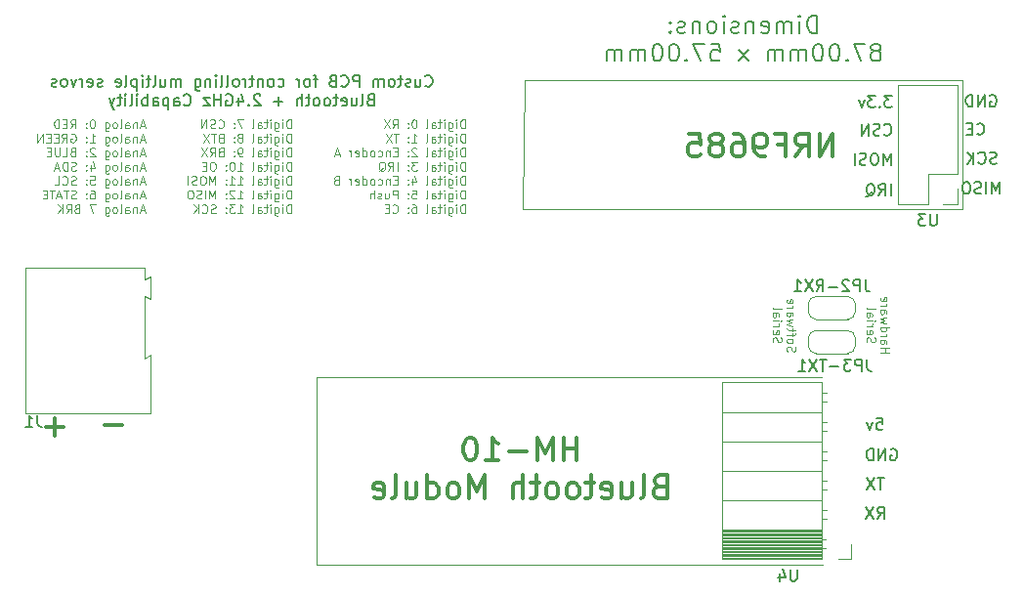
<source format=gbr>
G04 #@! TF.GenerationSoftware,KiCad,Pcbnew,(5.1.4-0-10_14)*
G04 #@! TF.CreationDate,2020-05-04T21:58:41+12:00*
G04 #@! TF.ProjectId,Robotic hand v2,526f626f-7469-4632-9068-616e64207632,rev?*
G04 #@! TF.SameCoordinates,Original*
G04 #@! TF.FileFunction,Legend,Bot*
G04 #@! TF.FilePolarity,Positive*
%FSLAX46Y46*%
G04 Gerber Fmt 4.6, Leading zero omitted, Abs format (unit mm)*
G04 Created by KiCad (PCBNEW (5.1.4-0-10_14)) date 2020-05-04 21:58:41*
%MOMM*%
%LPD*%
G04 APERTURE LIST*
%ADD10C,0.300000*%
%ADD11C,0.100000*%
%ADD12C,0.150000*%
%ADD13C,0.200000*%
%ADD14C,0.120000*%
G04 APERTURE END LIST*
D10*
X146957142Y-113955261D02*
X146957142Y-111955261D01*
X146957142Y-112907642D02*
X145814285Y-112907642D01*
X145814285Y-113955261D02*
X145814285Y-111955261D01*
X144861904Y-113955261D02*
X144861904Y-111955261D01*
X144195238Y-113383833D01*
X143528571Y-111955261D01*
X143528571Y-113955261D01*
X142576190Y-113193357D02*
X141052380Y-113193357D01*
X139052380Y-113955261D02*
X140195238Y-113955261D01*
X139623809Y-113955261D02*
X139623809Y-111955261D01*
X139814285Y-112240976D01*
X140004761Y-112431452D01*
X140195238Y-112526690D01*
X137814285Y-111955261D02*
X137623809Y-111955261D01*
X137433333Y-112050500D01*
X137338095Y-112145738D01*
X137242857Y-112336214D01*
X137147619Y-112717166D01*
X137147619Y-113193357D01*
X137242857Y-113574309D01*
X137338095Y-113764785D01*
X137433333Y-113860023D01*
X137623809Y-113955261D01*
X137814285Y-113955261D01*
X138004761Y-113860023D01*
X138100000Y-113764785D01*
X138195238Y-113574309D01*
X138290476Y-113193357D01*
X138290476Y-112717166D01*
X138195238Y-112336214D01*
X138100000Y-112145738D01*
X138004761Y-112050500D01*
X137814285Y-111955261D01*
X154100000Y-116207642D02*
X153814285Y-116302880D01*
X153719047Y-116398119D01*
X153623809Y-116588595D01*
X153623809Y-116874309D01*
X153719047Y-117064785D01*
X153814285Y-117160023D01*
X154004761Y-117255261D01*
X154766666Y-117255261D01*
X154766666Y-115255261D01*
X154100000Y-115255261D01*
X153909523Y-115350500D01*
X153814285Y-115445738D01*
X153719047Y-115636214D01*
X153719047Y-115826690D01*
X153814285Y-116017166D01*
X153909523Y-116112404D01*
X154100000Y-116207642D01*
X154766666Y-116207642D01*
X152480952Y-117255261D02*
X152671428Y-117160023D01*
X152766666Y-116969547D01*
X152766666Y-115255261D01*
X150861904Y-115921928D02*
X150861904Y-117255261D01*
X151719047Y-115921928D02*
X151719047Y-116969547D01*
X151623809Y-117160023D01*
X151433333Y-117255261D01*
X151147619Y-117255261D01*
X150957142Y-117160023D01*
X150861904Y-117064785D01*
X149147619Y-117160023D02*
X149338095Y-117255261D01*
X149719047Y-117255261D01*
X149909523Y-117160023D01*
X150004761Y-116969547D01*
X150004761Y-116207642D01*
X149909523Y-116017166D01*
X149719047Y-115921928D01*
X149338095Y-115921928D01*
X149147619Y-116017166D01*
X149052380Y-116207642D01*
X149052380Y-116398119D01*
X150004761Y-116588595D01*
X148480952Y-115921928D02*
X147719047Y-115921928D01*
X148195238Y-115255261D02*
X148195238Y-116969547D01*
X148100000Y-117160023D01*
X147909523Y-117255261D01*
X147719047Y-117255261D01*
X146766666Y-117255261D02*
X146957142Y-117160023D01*
X147052380Y-117064785D01*
X147147619Y-116874309D01*
X147147619Y-116302880D01*
X147052380Y-116112404D01*
X146957142Y-116017166D01*
X146766666Y-115921928D01*
X146480952Y-115921928D01*
X146290476Y-116017166D01*
X146195238Y-116112404D01*
X146100000Y-116302880D01*
X146100000Y-116874309D01*
X146195238Y-117064785D01*
X146290476Y-117160023D01*
X146480952Y-117255261D01*
X146766666Y-117255261D01*
X144957142Y-117255261D02*
X145147619Y-117160023D01*
X145242857Y-117064785D01*
X145338095Y-116874309D01*
X145338095Y-116302880D01*
X145242857Y-116112404D01*
X145147619Y-116017166D01*
X144957142Y-115921928D01*
X144671428Y-115921928D01*
X144480952Y-116017166D01*
X144385714Y-116112404D01*
X144290476Y-116302880D01*
X144290476Y-116874309D01*
X144385714Y-117064785D01*
X144480952Y-117160023D01*
X144671428Y-117255261D01*
X144957142Y-117255261D01*
X143719047Y-115921928D02*
X142957142Y-115921928D01*
X143433333Y-115255261D02*
X143433333Y-116969547D01*
X143338095Y-117160023D01*
X143147619Y-117255261D01*
X142957142Y-117255261D01*
X142290476Y-117255261D02*
X142290476Y-115255261D01*
X141433333Y-117255261D02*
X141433333Y-116207642D01*
X141528571Y-116017166D01*
X141719047Y-115921928D01*
X142004761Y-115921928D01*
X142195238Y-116017166D01*
X142290476Y-116112404D01*
X138957142Y-117255261D02*
X138957142Y-115255261D01*
X138290476Y-116683833D01*
X137623809Y-115255261D01*
X137623809Y-117255261D01*
X136385714Y-117255261D02*
X136576190Y-117160023D01*
X136671428Y-117064785D01*
X136766666Y-116874309D01*
X136766666Y-116302880D01*
X136671428Y-116112404D01*
X136576190Y-116017166D01*
X136385714Y-115921928D01*
X136100000Y-115921928D01*
X135909523Y-116017166D01*
X135814285Y-116112404D01*
X135719047Y-116302880D01*
X135719047Y-116874309D01*
X135814285Y-117064785D01*
X135909523Y-117160023D01*
X136100000Y-117255261D01*
X136385714Y-117255261D01*
X134004761Y-117255261D02*
X134004761Y-115255261D01*
X134004761Y-117160023D02*
X134195238Y-117255261D01*
X134576190Y-117255261D01*
X134766666Y-117160023D01*
X134861904Y-117064785D01*
X134957142Y-116874309D01*
X134957142Y-116302880D01*
X134861904Y-116112404D01*
X134766666Y-116017166D01*
X134576190Y-115921928D01*
X134195238Y-115921928D01*
X134004761Y-116017166D01*
X132195238Y-115921928D02*
X132195238Y-117255261D01*
X133052380Y-115921928D02*
X133052380Y-116969547D01*
X132957142Y-117160023D01*
X132766666Y-117255261D01*
X132480952Y-117255261D01*
X132290476Y-117160023D01*
X132195238Y-117064785D01*
X130957142Y-117255261D02*
X131147619Y-117160023D01*
X131242857Y-116969547D01*
X131242857Y-115255261D01*
X129433333Y-117160023D02*
X129623809Y-117255261D01*
X130004761Y-117255261D01*
X130195238Y-117160023D01*
X130290476Y-116969547D01*
X130290476Y-116207642D01*
X130195238Y-116017166D01*
X130004761Y-115921928D01*
X129623809Y-115921928D01*
X129433333Y-116017166D01*
X129338095Y-116207642D01*
X129338095Y-116398119D01*
X130290476Y-116588595D01*
D11*
X173273214Y-104660714D02*
X174023214Y-104660714D01*
X173666071Y-104660714D02*
X173666071Y-104232142D01*
X173273214Y-104232142D02*
X174023214Y-104232142D01*
X173273214Y-103553571D02*
X173666071Y-103553571D01*
X173737500Y-103589285D01*
X173773214Y-103660714D01*
X173773214Y-103803571D01*
X173737500Y-103875000D01*
X173308928Y-103553571D02*
X173273214Y-103625000D01*
X173273214Y-103803571D01*
X173308928Y-103875000D01*
X173380357Y-103910714D01*
X173451785Y-103910714D01*
X173523214Y-103875000D01*
X173558928Y-103803571D01*
X173558928Y-103625000D01*
X173594642Y-103553571D01*
X173273214Y-103196428D02*
X173773214Y-103196428D01*
X173630357Y-103196428D02*
X173701785Y-103160714D01*
X173737500Y-103125000D01*
X173773214Y-103053571D01*
X173773214Y-102982142D01*
X173273214Y-102410714D02*
X174023214Y-102410714D01*
X173308928Y-102410714D02*
X173273214Y-102482142D01*
X173273214Y-102625000D01*
X173308928Y-102696428D01*
X173344642Y-102732142D01*
X173416071Y-102767857D01*
X173630357Y-102767857D01*
X173701785Y-102732142D01*
X173737500Y-102696428D01*
X173773214Y-102625000D01*
X173773214Y-102482142D01*
X173737500Y-102410714D01*
X173773214Y-102125000D02*
X173273214Y-101982142D01*
X173630357Y-101839285D01*
X173273214Y-101696428D01*
X173773214Y-101553571D01*
X173273214Y-100946428D02*
X173666071Y-100946428D01*
X173737500Y-100982142D01*
X173773214Y-101053571D01*
X173773214Y-101196428D01*
X173737500Y-101267857D01*
X173308928Y-100946428D02*
X173273214Y-101017857D01*
X173273214Y-101196428D01*
X173308928Y-101267857D01*
X173380357Y-101303571D01*
X173451785Y-101303571D01*
X173523214Y-101267857D01*
X173558928Y-101196428D01*
X173558928Y-101017857D01*
X173594642Y-100946428D01*
X173273214Y-100589285D02*
X173773214Y-100589285D01*
X173630357Y-100589285D02*
X173701785Y-100553571D01*
X173737500Y-100517857D01*
X173773214Y-100446428D01*
X173773214Y-100375000D01*
X173308928Y-99839285D02*
X173273214Y-99910714D01*
X173273214Y-100053571D01*
X173308928Y-100125000D01*
X173380357Y-100160714D01*
X173666071Y-100160714D01*
X173737500Y-100125000D01*
X173773214Y-100053571D01*
X173773214Y-99910714D01*
X173737500Y-99839285D01*
X173666071Y-99803571D01*
X173594642Y-99803571D01*
X173523214Y-100160714D01*
X172083928Y-103732142D02*
X172048214Y-103625000D01*
X172048214Y-103446428D01*
X172083928Y-103375000D01*
X172119642Y-103339285D01*
X172191071Y-103303571D01*
X172262500Y-103303571D01*
X172333928Y-103339285D01*
X172369642Y-103375000D01*
X172405357Y-103446428D01*
X172441071Y-103589285D01*
X172476785Y-103660714D01*
X172512500Y-103696428D01*
X172583928Y-103732142D01*
X172655357Y-103732142D01*
X172726785Y-103696428D01*
X172762500Y-103660714D01*
X172798214Y-103589285D01*
X172798214Y-103410714D01*
X172762500Y-103303571D01*
X172083928Y-102696428D02*
X172048214Y-102767857D01*
X172048214Y-102910714D01*
X172083928Y-102982142D01*
X172155357Y-103017857D01*
X172441071Y-103017857D01*
X172512500Y-102982142D01*
X172548214Y-102910714D01*
X172548214Y-102767857D01*
X172512500Y-102696428D01*
X172441071Y-102660714D01*
X172369642Y-102660714D01*
X172298214Y-103017857D01*
X172048214Y-102339285D02*
X172548214Y-102339285D01*
X172405357Y-102339285D02*
X172476785Y-102303571D01*
X172512500Y-102267857D01*
X172548214Y-102196428D01*
X172548214Y-102125000D01*
X172048214Y-101875000D02*
X172548214Y-101875000D01*
X172798214Y-101875000D02*
X172762500Y-101910714D01*
X172726785Y-101875000D01*
X172762500Y-101839285D01*
X172798214Y-101875000D01*
X172726785Y-101875000D01*
X172048214Y-101196428D02*
X172441071Y-101196428D01*
X172512500Y-101232142D01*
X172548214Y-101303571D01*
X172548214Y-101446428D01*
X172512500Y-101517857D01*
X172083928Y-101196428D02*
X172048214Y-101267857D01*
X172048214Y-101446428D01*
X172083928Y-101517857D01*
X172155357Y-101553571D01*
X172226785Y-101553571D01*
X172298214Y-101517857D01*
X172333928Y-101446428D01*
X172333928Y-101267857D01*
X172369642Y-101196428D01*
X172048214Y-100732142D02*
X172083928Y-100803571D01*
X172155357Y-100839285D01*
X172798214Y-100839285D01*
X165208928Y-104517857D02*
X165173214Y-104410714D01*
X165173214Y-104232142D01*
X165208928Y-104160714D01*
X165244642Y-104125000D01*
X165316071Y-104089285D01*
X165387500Y-104089285D01*
X165458928Y-104125000D01*
X165494642Y-104160714D01*
X165530357Y-104232142D01*
X165566071Y-104375000D01*
X165601785Y-104446428D01*
X165637500Y-104482142D01*
X165708928Y-104517857D01*
X165780357Y-104517857D01*
X165851785Y-104482142D01*
X165887500Y-104446428D01*
X165923214Y-104375000D01*
X165923214Y-104196428D01*
X165887500Y-104089285D01*
X165173214Y-103660714D02*
X165208928Y-103732142D01*
X165244642Y-103767857D01*
X165316071Y-103803571D01*
X165530357Y-103803571D01*
X165601785Y-103767857D01*
X165637500Y-103732142D01*
X165673214Y-103660714D01*
X165673214Y-103553571D01*
X165637500Y-103482142D01*
X165601785Y-103446428D01*
X165530357Y-103410714D01*
X165316071Y-103410714D01*
X165244642Y-103446428D01*
X165208928Y-103482142D01*
X165173214Y-103553571D01*
X165173214Y-103660714D01*
X165673214Y-103196428D02*
X165673214Y-102910714D01*
X165173214Y-103089285D02*
X165816071Y-103089285D01*
X165887500Y-103053571D01*
X165923214Y-102982142D01*
X165923214Y-102910714D01*
X165673214Y-102767857D02*
X165673214Y-102482142D01*
X165923214Y-102660714D02*
X165280357Y-102660714D01*
X165208928Y-102625000D01*
X165173214Y-102553571D01*
X165173214Y-102482142D01*
X165673214Y-102303571D02*
X165173214Y-102160714D01*
X165530357Y-102017857D01*
X165173214Y-101875000D01*
X165673214Y-101732142D01*
X165173214Y-101125000D02*
X165566071Y-101125000D01*
X165637500Y-101160714D01*
X165673214Y-101232142D01*
X165673214Y-101375000D01*
X165637500Y-101446428D01*
X165208928Y-101125000D02*
X165173214Y-101196428D01*
X165173214Y-101375000D01*
X165208928Y-101446428D01*
X165280357Y-101482142D01*
X165351785Y-101482142D01*
X165423214Y-101446428D01*
X165458928Y-101375000D01*
X165458928Y-101196428D01*
X165494642Y-101125000D01*
X165173214Y-100767857D02*
X165673214Y-100767857D01*
X165530357Y-100767857D02*
X165601785Y-100732142D01*
X165637500Y-100696428D01*
X165673214Y-100625000D01*
X165673214Y-100553571D01*
X165208928Y-100017857D02*
X165173214Y-100089285D01*
X165173214Y-100232142D01*
X165208928Y-100303571D01*
X165280357Y-100339285D01*
X165566071Y-100339285D01*
X165637500Y-100303571D01*
X165673214Y-100232142D01*
X165673214Y-100089285D01*
X165637500Y-100017857D01*
X165566071Y-99982142D01*
X165494642Y-99982142D01*
X165423214Y-100339285D01*
X163983928Y-103732142D02*
X163948214Y-103625000D01*
X163948214Y-103446428D01*
X163983928Y-103375000D01*
X164019642Y-103339285D01*
X164091071Y-103303571D01*
X164162500Y-103303571D01*
X164233928Y-103339285D01*
X164269642Y-103375000D01*
X164305357Y-103446428D01*
X164341071Y-103589285D01*
X164376785Y-103660714D01*
X164412500Y-103696428D01*
X164483928Y-103732142D01*
X164555357Y-103732142D01*
X164626785Y-103696428D01*
X164662500Y-103660714D01*
X164698214Y-103589285D01*
X164698214Y-103410714D01*
X164662500Y-103303571D01*
X163983928Y-102696428D02*
X163948214Y-102767857D01*
X163948214Y-102910714D01*
X163983928Y-102982142D01*
X164055357Y-103017857D01*
X164341071Y-103017857D01*
X164412500Y-102982142D01*
X164448214Y-102910714D01*
X164448214Y-102767857D01*
X164412500Y-102696428D01*
X164341071Y-102660714D01*
X164269642Y-102660714D01*
X164198214Y-103017857D01*
X163948214Y-102339285D02*
X164448214Y-102339285D01*
X164305357Y-102339285D02*
X164376785Y-102303571D01*
X164412500Y-102267857D01*
X164448214Y-102196428D01*
X164448214Y-102125000D01*
X163948214Y-101875000D02*
X164448214Y-101875000D01*
X164698214Y-101875000D02*
X164662500Y-101910714D01*
X164626785Y-101875000D01*
X164662500Y-101839285D01*
X164698214Y-101875000D01*
X164626785Y-101875000D01*
X163948214Y-101196428D02*
X164341071Y-101196428D01*
X164412500Y-101232142D01*
X164448214Y-101303571D01*
X164448214Y-101446428D01*
X164412500Y-101517857D01*
X163983928Y-101196428D02*
X163948214Y-101267857D01*
X163948214Y-101446428D01*
X163983928Y-101517857D01*
X164055357Y-101553571D01*
X164126785Y-101553571D01*
X164198214Y-101517857D01*
X164233928Y-101446428D01*
X164233928Y-101267857D01*
X164269642Y-101196428D01*
X163948214Y-100732142D02*
X163983928Y-100803571D01*
X164055357Y-100839285D01*
X164698214Y-100839285D01*
X122190713Y-85170535D02*
X122190713Y-84420535D01*
X122012142Y-84420535D01*
X121904999Y-84456250D01*
X121833570Y-84527678D01*
X121797856Y-84599107D01*
X121762142Y-84741964D01*
X121762142Y-84849107D01*
X121797856Y-84991964D01*
X121833570Y-85063392D01*
X121904999Y-85134821D01*
X122012142Y-85170535D01*
X122190713Y-85170535D01*
X121440713Y-85170535D02*
X121440713Y-84670535D01*
X121440713Y-84420535D02*
X121476427Y-84456250D01*
X121440713Y-84491964D01*
X121404999Y-84456250D01*
X121440713Y-84420535D01*
X121440713Y-84491964D01*
X120762142Y-84670535D02*
X120762142Y-85277678D01*
X120797856Y-85349107D01*
X120833570Y-85384821D01*
X120904999Y-85420535D01*
X121012142Y-85420535D01*
X121083570Y-85384821D01*
X120762142Y-85134821D02*
X120833570Y-85170535D01*
X120976427Y-85170535D01*
X121047856Y-85134821D01*
X121083570Y-85099107D01*
X121119285Y-85027678D01*
X121119285Y-84813392D01*
X121083570Y-84741964D01*
X121047856Y-84706250D01*
X120976427Y-84670535D01*
X120833570Y-84670535D01*
X120762142Y-84706250D01*
X120404999Y-85170535D02*
X120404999Y-84670535D01*
X120404999Y-84420535D02*
X120440713Y-84456250D01*
X120404999Y-84491964D01*
X120369285Y-84456250D01*
X120404999Y-84420535D01*
X120404999Y-84491964D01*
X120154999Y-84670535D02*
X119869285Y-84670535D01*
X120047856Y-84420535D02*
X120047856Y-85063392D01*
X120012142Y-85134821D01*
X119940713Y-85170535D01*
X119869285Y-85170535D01*
X119297856Y-85170535D02*
X119297856Y-84777678D01*
X119333570Y-84706250D01*
X119404999Y-84670535D01*
X119547856Y-84670535D01*
X119619285Y-84706250D01*
X119297856Y-85134821D02*
X119369285Y-85170535D01*
X119547856Y-85170535D01*
X119619285Y-85134821D01*
X119654999Y-85063392D01*
X119654999Y-84991964D01*
X119619285Y-84920535D01*
X119547856Y-84884821D01*
X119369285Y-84884821D01*
X119297856Y-84849107D01*
X118833570Y-85170535D02*
X118904999Y-85134821D01*
X118940713Y-85063392D01*
X118940713Y-84420535D01*
X118047856Y-84420535D02*
X117547856Y-84420535D01*
X117869285Y-85170535D01*
X117262142Y-85099107D02*
X117226427Y-85134821D01*
X117262142Y-85170535D01*
X117297856Y-85134821D01*
X117262142Y-85099107D01*
X117262142Y-85170535D01*
X117262142Y-84706250D02*
X117226427Y-84741964D01*
X117262142Y-84777678D01*
X117297856Y-84741964D01*
X117262142Y-84706250D01*
X117262142Y-84777678D01*
X115904999Y-85099107D02*
X115940713Y-85134821D01*
X116047856Y-85170535D01*
X116119285Y-85170535D01*
X116226427Y-85134821D01*
X116297856Y-85063392D01*
X116333570Y-84991964D01*
X116369285Y-84849107D01*
X116369285Y-84741964D01*
X116333570Y-84599107D01*
X116297856Y-84527678D01*
X116226427Y-84456250D01*
X116119285Y-84420535D01*
X116047856Y-84420535D01*
X115940713Y-84456250D01*
X115904999Y-84491964D01*
X115619285Y-85134821D02*
X115512142Y-85170535D01*
X115333570Y-85170535D01*
X115262142Y-85134821D01*
X115226427Y-85099107D01*
X115190713Y-85027678D01*
X115190713Y-84956250D01*
X115226427Y-84884821D01*
X115262142Y-84849107D01*
X115333570Y-84813392D01*
X115476427Y-84777678D01*
X115547856Y-84741964D01*
X115583570Y-84706250D01*
X115619285Y-84634821D01*
X115619285Y-84563392D01*
X115583570Y-84491964D01*
X115547856Y-84456250D01*
X115476427Y-84420535D01*
X115297856Y-84420535D01*
X115190713Y-84456250D01*
X114869285Y-85170535D02*
X114869285Y-84420535D01*
X114440713Y-85170535D01*
X114440713Y-84420535D01*
X122190713Y-86395535D02*
X122190713Y-85645535D01*
X122012142Y-85645535D01*
X121904999Y-85681250D01*
X121833570Y-85752678D01*
X121797856Y-85824107D01*
X121762142Y-85966964D01*
X121762142Y-86074107D01*
X121797856Y-86216964D01*
X121833570Y-86288392D01*
X121904999Y-86359821D01*
X122012142Y-86395535D01*
X122190713Y-86395535D01*
X121440713Y-86395535D02*
X121440713Y-85895535D01*
X121440713Y-85645535D02*
X121476427Y-85681250D01*
X121440713Y-85716964D01*
X121404999Y-85681250D01*
X121440713Y-85645535D01*
X121440713Y-85716964D01*
X120762142Y-85895535D02*
X120762142Y-86502678D01*
X120797856Y-86574107D01*
X120833570Y-86609821D01*
X120904999Y-86645535D01*
X121012142Y-86645535D01*
X121083570Y-86609821D01*
X120762142Y-86359821D02*
X120833570Y-86395535D01*
X120976427Y-86395535D01*
X121047856Y-86359821D01*
X121083570Y-86324107D01*
X121119285Y-86252678D01*
X121119285Y-86038392D01*
X121083570Y-85966964D01*
X121047856Y-85931250D01*
X120976427Y-85895535D01*
X120833570Y-85895535D01*
X120762142Y-85931250D01*
X120404999Y-86395535D02*
X120404999Y-85895535D01*
X120404999Y-85645535D02*
X120440713Y-85681250D01*
X120404999Y-85716964D01*
X120369285Y-85681250D01*
X120404999Y-85645535D01*
X120404999Y-85716964D01*
X120154999Y-85895535D02*
X119869285Y-85895535D01*
X120047856Y-85645535D02*
X120047856Y-86288392D01*
X120012142Y-86359821D01*
X119940713Y-86395535D01*
X119869285Y-86395535D01*
X119297856Y-86395535D02*
X119297856Y-86002678D01*
X119333570Y-85931250D01*
X119404999Y-85895535D01*
X119547856Y-85895535D01*
X119619285Y-85931250D01*
X119297856Y-86359821D02*
X119369285Y-86395535D01*
X119547856Y-86395535D01*
X119619285Y-86359821D01*
X119654999Y-86288392D01*
X119654999Y-86216964D01*
X119619285Y-86145535D01*
X119547856Y-86109821D01*
X119369285Y-86109821D01*
X119297856Y-86074107D01*
X118833570Y-86395535D02*
X118904999Y-86359821D01*
X118940713Y-86288392D01*
X118940713Y-85645535D01*
X117869285Y-85966964D02*
X117940713Y-85931250D01*
X117976427Y-85895535D01*
X118012142Y-85824107D01*
X118012142Y-85788392D01*
X117976427Y-85716964D01*
X117940713Y-85681250D01*
X117869285Y-85645535D01*
X117726427Y-85645535D01*
X117654999Y-85681250D01*
X117619285Y-85716964D01*
X117583570Y-85788392D01*
X117583570Y-85824107D01*
X117619285Y-85895535D01*
X117654999Y-85931250D01*
X117726427Y-85966964D01*
X117869285Y-85966964D01*
X117940713Y-86002678D01*
X117976427Y-86038392D01*
X118012142Y-86109821D01*
X118012142Y-86252678D01*
X117976427Y-86324107D01*
X117940713Y-86359821D01*
X117869285Y-86395535D01*
X117726427Y-86395535D01*
X117654999Y-86359821D01*
X117619285Y-86324107D01*
X117583570Y-86252678D01*
X117583570Y-86109821D01*
X117619285Y-86038392D01*
X117654999Y-86002678D01*
X117726427Y-85966964D01*
X117262142Y-86324107D02*
X117226427Y-86359821D01*
X117262142Y-86395535D01*
X117297856Y-86359821D01*
X117262142Y-86324107D01*
X117262142Y-86395535D01*
X117262142Y-85931250D02*
X117226427Y-85966964D01*
X117262142Y-86002678D01*
X117297856Y-85966964D01*
X117262142Y-85931250D01*
X117262142Y-86002678D01*
X116083570Y-86002678D02*
X115976427Y-86038392D01*
X115940713Y-86074107D01*
X115904999Y-86145535D01*
X115904999Y-86252678D01*
X115940713Y-86324107D01*
X115976427Y-86359821D01*
X116047856Y-86395535D01*
X116333570Y-86395535D01*
X116333570Y-85645535D01*
X116083570Y-85645535D01*
X116012142Y-85681250D01*
X115976427Y-85716964D01*
X115940713Y-85788392D01*
X115940713Y-85859821D01*
X115976427Y-85931250D01*
X116012142Y-85966964D01*
X116083570Y-86002678D01*
X116333570Y-86002678D01*
X115690713Y-85645535D02*
X115262142Y-85645535D01*
X115476427Y-86395535D02*
X115476427Y-85645535D01*
X115083570Y-85645535D02*
X114583570Y-86395535D01*
X114583570Y-85645535D02*
X115083570Y-86395535D01*
X122190713Y-87620535D02*
X122190713Y-86870535D01*
X122012142Y-86870535D01*
X121904999Y-86906250D01*
X121833570Y-86977678D01*
X121797856Y-87049107D01*
X121762142Y-87191964D01*
X121762142Y-87299107D01*
X121797856Y-87441964D01*
X121833570Y-87513392D01*
X121904999Y-87584821D01*
X122012142Y-87620535D01*
X122190713Y-87620535D01*
X121440713Y-87620535D02*
X121440713Y-87120535D01*
X121440713Y-86870535D02*
X121476427Y-86906250D01*
X121440713Y-86941964D01*
X121404999Y-86906250D01*
X121440713Y-86870535D01*
X121440713Y-86941964D01*
X120762142Y-87120535D02*
X120762142Y-87727678D01*
X120797856Y-87799107D01*
X120833570Y-87834821D01*
X120904999Y-87870535D01*
X121012142Y-87870535D01*
X121083570Y-87834821D01*
X120762142Y-87584821D02*
X120833570Y-87620535D01*
X120976427Y-87620535D01*
X121047856Y-87584821D01*
X121083570Y-87549107D01*
X121119285Y-87477678D01*
X121119285Y-87263392D01*
X121083570Y-87191964D01*
X121047856Y-87156250D01*
X120976427Y-87120535D01*
X120833570Y-87120535D01*
X120762142Y-87156250D01*
X120404999Y-87620535D02*
X120404999Y-87120535D01*
X120404999Y-86870535D02*
X120440713Y-86906250D01*
X120404999Y-86941964D01*
X120369285Y-86906250D01*
X120404999Y-86870535D01*
X120404999Y-86941964D01*
X120154999Y-87120535D02*
X119869285Y-87120535D01*
X120047856Y-86870535D02*
X120047856Y-87513392D01*
X120012142Y-87584821D01*
X119940713Y-87620535D01*
X119869285Y-87620535D01*
X119297856Y-87620535D02*
X119297856Y-87227678D01*
X119333570Y-87156250D01*
X119404999Y-87120535D01*
X119547856Y-87120535D01*
X119619285Y-87156250D01*
X119297856Y-87584821D02*
X119369285Y-87620535D01*
X119547856Y-87620535D01*
X119619285Y-87584821D01*
X119654999Y-87513392D01*
X119654999Y-87441964D01*
X119619285Y-87370535D01*
X119547856Y-87334821D01*
X119369285Y-87334821D01*
X119297856Y-87299107D01*
X118833570Y-87620535D02*
X118904999Y-87584821D01*
X118940713Y-87513392D01*
X118940713Y-86870535D01*
X117940713Y-87620535D02*
X117797856Y-87620535D01*
X117726427Y-87584821D01*
X117690713Y-87549107D01*
X117619285Y-87441964D01*
X117583570Y-87299107D01*
X117583570Y-87013392D01*
X117619285Y-86941964D01*
X117654999Y-86906250D01*
X117726427Y-86870535D01*
X117869285Y-86870535D01*
X117940713Y-86906250D01*
X117976427Y-86941964D01*
X118012142Y-87013392D01*
X118012142Y-87191964D01*
X117976427Y-87263392D01*
X117940713Y-87299107D01*
X117869285Y-87334821D01*
X117726427Y-87334821D01*
X117654999Y-87299107D01*
X117619285Y-87263392D01*
X117583570Y-87191964D01*
X117262142Y-87549107D02*
X117226427Y-87584821D01*
X117262142Y-87620535D01*
X117297856Y-87584821D01*
X117262142Y-87549107D01*
X117262142Y-87620535D01*
X117262142Y-87156250D02*
X117226427Y-87191964D01*
X117262142Y-87227678D01*
X117297856Y-87191964D01*
X117262142Y-87156250D01*
X117262142Y-87227678D01*
X116083570Y-87227678D02*
X115976427Y-87263392D01*
X115940713Y-87299107D01*
X115904999Y-87370535D01*
X115904999Y-87477678D01*
X115940713Y-87549107D01*
X115976427Y-87584821D01*
X116047856Y-87620535D01*
X116333570Y-87620535D01*
X116333570Y-86870535D01*
X116083570Y-86870535D01*
X116012142Y-86906250D01*
X115976427Y-86941964D01*
X115940713Y-87013392D01*
X115940713Y-87084821D01*
X115976427Y-87156250D01*
X116012142Y-87191964D01*
X116083570Y-87227678D01*
X116333570Y-87227678D01*
X115154999Y-87620535D02*
X115404999Y-87263392D01*
X115583570Y-87620535D02*
X115583570Y-86870535D01*
X115297856Y-86870535D01*
X115226427Y-86906250D01*
X115190713Y-86941964D01*
X115154999Y-87013392D01*
X115154999Y-87120535D01*
X115190713Y-87191964D01*
X115226427Y-87227678D01*
X115297856Y-87263392D01*
X115583570Y-87263392D01*
X114904999Y-86870535D02*
X114404999Y-87620535D01*
X114404999Y-86870535D02*
X114904999Y-87620535D01*
X122190713Y-88845535D02*
X122190713Y-88095535D01*
X122012142Y-88095535D01*
X121904999Y-88131250D01*
X121833570Y-88202678D01*
X121797856Y-88274107D01*
X121762142Y-88416964D01*
X121762142Y-88524107D01*
X121797856Y-88666964D01*
X121833570Y-88738392D01*
X121904999Y-88809821D01*
X122012142Y-88845535D01*
X122190713Y-88845535D01*
X121440713Y-88845535D02*
X121440713Y-88345535D01*
X121440713Y-88095535D02*
X121476427Y-88131250D01*
X121440713Y-88166964D01*
X121404999Y-88131250D01*
X121440713Y-88095535D01*
X121440713Y-88166964D01*
X120762142Y-88345535D02*
X120762142Y-88952678D01*
X120797856Y-89024107D01*
X120833570Y-89059821D01*
X120904999Y-89095535D01*
X121012142Y-89095535D01*
X121083570Y-89059821D01*
X120762142Y-88809821D02*
X120833570Y-88845535D01*
X120976427Y-88845535D01*
X121047856Y-88809821D01*
X121083570Y-88774107D01*
X121119285Y-88702678D01*
X121119285Y-88488392D01*
X121083570Y-88416964D01*
X121047856Y-88381250D01*
X120976427Y-88345535D01*
X120833570Y-88345535D01*
X120762142Y-88381250D01*
X120404999Y-88845535D02*
X120404999Y-88345535D01*
X120404999Y-88095535D02*
X120440713Y-88131250D01*
X120404999Y-88166964D01*
X120369285Y-88131250D01*
X120404999Y-88095535D01*
X120404999Y-88166964D01*
X120154999Y-88345535D02*
X119869285Y-88345535D01*
X120047856Y-88095535D02*
X120047856Y-88738392D01*
X120012142Y-88809821D01*
X119940713Y-88845535D01*
X119869285Y-88845535D01*
X119297856Y-88845535D02*
X119297856Y-88452678D01*
X119333570Y-88381250D01*
X119404999Y-88345535D01*
X119547856Y-88345535D01*
X119619285Y-88381250D01*
X119297856Y-88809821D02*
X119369285Y-88845535D01*
X119547856Y-88845535D01*
X119619285Y-88809821D01*
X119654999Y-88738392D01*
X119654999Y-88666964D01*
X119619285Y-88595535D01*
X119547856Y-88559821D01*
X119369285Y-88559821D01*
X119297856Y-88524107D01*
X118833570Y-88845535D02*
X118904999Y-88809821D01*
X118940713Y-88738392D01*
X118940713Y-88095535D01*
X117583570Y-88845535D02*
X118012142Y-88845535D01*
X117797856Y-88845535D02*
X117797856Y-88095535D01*
X117869285Y-88202678D01*
X117940713Y-88274107D01*
X118012142Y-88309821D01*
X117119285Y-88095535D02*
X117047856Y-88095535D01*
X116976427Y-88131250D01*
X116940713Y-88166964D01*
X116904999Y-88238392D01*
X116869285Y-88381250D01*
X116869285Y-88559821D01*
X116904999Y-88702678D01*
X116940713Y-88774107D01*
X116976427Y-88809821D01*
X117047856Y-88845535D01*
X117119285Y-88845535D01*
X117190713Y-88809821D01*
X117226427Y-88774107D01*
X117262142Y-88702678D01*
X117297856Y-88559821D01*
X117297856Y-88381250D01*
X117262142Y-88238392D01*
X117226427Y-88166964D01*
X117190713Y-88131250D01*
X117119285Y-88095535D01*
X116547856Y-88774107D02*
X116512142Y-88809821D01*
X116547856Y-88845535D01*
X116583570Y-88809821D01*
X116547856Y-88774107D01*
X116547856Y-88845535D01*
X116547856Y-88381250D02*
X116512142Y-88416964D01*
X116547856Y-88452678D01*
X116583570Y-88416964D01*
X116547856Y-88381250D01*
X116547856Y-88452678D01*
X115476427Y-88095535D02*
X115333570Y-88095535D01*
X115262142Y-88131250D01*
X115190713Y-88202678D01*
X115154999Y-88345535D01*
X115154999Y-88595535D01*
X115190713Y-88738392D01*
X115262142Y-88809821D01*
X115333570Y-88845535D01*
X115476427Y-88845535D01*
X115547856Y-88809821D01*
X115619285Y-88738392D01*
X115654999Y-88595535D01*
X115654999Y-88345535D01*
X115619285Y-88202678D01*
X115547856Y-88131250D01*
X115476427Y-88095535D01*
X114833570Y-88452678D02*
X114583570Y-88452678D01*
X114476427Y-88845535D02*
X114833570Y-88845535D01*
X114833570Y-88095535D01*
X114476427Y-88095535D01*
X122190713Y-90070535D02*
X122190713Y-89320535D01*
X122012142Y-89320535D01*
X121904999Y-89356250D01*
X121833570Y-89427678D01*
X121797856Y-89499107D01*
X121762142Y-89641964D01*
X121762142Y-89749107D01*
X121797856Y-89891964D01*
X121833570Y-89963392D01*
X121904999Y-90034821D01*
X122012142Y-90070535D01*
X122190713Y-90070535D01*
X121440713Y-90070535D02*
X121440713Y-89570535D01*
X121440713Y-89320535D02*
X121476427Y-89356250D01*
X121440713Y-89391964D01*
X121404999Y-89356250D01*
X121440713Y-89320535D01*
X121440713Y-89391964D01*
X120762142Y-89570535D02*
X120762142Y-90177678D01*
X120797856Y-90249107D01*
X120833570Y-90284821D01*
X120904999Y-90320535D01*
X121012142Y-90320535D01*
X121083570Y-90284821D01*
X120762142Y-90034821D02*
X120833570Y-90070535D01*
X120976427Y-90070535D01*
X121047856Y-90034821D01*
X121083570Y-89999107D01*
X121119285Y-89927678D01*
X121119285Y-89713392D01*
X121083570Y-89641964D01*
X121047856Y-89606250D01*
X120976427Y-89570535D01*
X120833570Y-89570535D01*
X120762142Y-89606250D01*
X120404999Y-90070535D02*
X120404999Y-89570535D01*
X120404999Y-89320535D02*
X120440713Y-89356250D01*
X120404999Y-89391964D01*
X120369285Y-89356250D01*
X120404999Y-89320535D01*
X120404999Y-89391964D01*
X120154999Y-89570535D02*
X119869285Y-89570535D01*
X120047856Y-89320535D02*
X120047856Y-89963392D01*
X120012142Y-90034821D01*
X119940713Y-90070535D01*
X119869285Y-90070535D01*
X119297856Y-90070535D02*
X119297856Y-89677678D01*
X119333570Y-89606250D01*
X119404999Y-89570535D01*
X119547856Y-89570535D01*
X119619285Y-89606250D01*
X119297856Y-90034821D02*
X119369285Y-90070535D01*
X119547856Y-90070535D01*
X119619285Y-90034821D01*
X119654999Y-89963392D01*
X119654999Y-89891964D01*
X119619285Y-89820535D01*
X119547856Y-89784821D01*
X119369285Y-89784821D01*
X119297856Y-89749107D01*
X118833570Y-90070535D02*
X118904999Y-90034821D01*
X118940713Y-89963392D01*
X118940713Y-89320535D01*
X117583570Y-90070535D02*
X118012142Y-90070535D01*
X117797856Y-90070535D02*
X117797856Y-89320535D01*
X117869285Y-89427678D01*
X117940713Y-89499107D01*
X118012142Y-89534821D01*
X116869285Y-90070535D02*
X117297856Y-90070535D01*
X117083570Y-90070535D02*
X117083570Y-89320535D01*
X117154999Y-89427678D01*
X117226427Y-89499107D01*
X117297856Y-89534821D01*
X116547856Y-89999107D02*
X116512142Y-90034821D01*
X116547856Y-90070535D01*
X116583570Y-90034821D01*
X116547856Y-89999107D01*
X116547856Y-90070535D01*
X116547856Y-89606250D02*
X116512142Y-89641964D01*
X116547856Y-89677678D01*
X116583570Y-89641964D01*
X116547856Y-89606250D01*
X116547856Y-89677678D01*
X115619285Y-90070535D02*
X115619285Y-89320535D01*
X115369285Y-89856250D01*
X115119285Y-89320535D01*
X115119285Y-90070535D01*
X114619285Y-89320535D02*
X114476427Y-89320535D01*
X114404999Y-89356250D01*
X114333570Y-89427678D01*
X114297856Y-89570535D01*
X114297856Y-89820535D01*
X114333570Y-89963392D01*
X114404999Y-90034821D01*
X114476427Y-90070535D01*
X114619285Y-90070535D01*
X114690713Y-90034821D01*
X114762142Y-89963392D01*
X114797856Y-89820535D01*
X114797856Y-89570535D01*
X114762142Y-89427678D01*
X114690713Y-89356250D01*
X114619285Y-89320535D01*
X114012142Y-90034821D02*
X113904999Y-90070535D01*
X113726427Y-90070535D01*
X113654999Y-90034821D01*
X113619285Y-89999107D01*
X113583570Y-89927678D01*
X113583570Y-89856250D01*
X113619285Y-89784821D01*
X113654999Y-89749107D01*
X113726427Y-89713392D01*
X113869285Y-89677678D01*
X113940713Y-89641964D01*
X113976427Y-89606250D01*
X114012142Y-89534821D01*
X114012142Y-89463392D01*
X113976427Y-89391964D01*
X113940713Y-89356250D01*
X113869285Y-89320535D01*
X113690713Y-89320535D01*
X113583570Y-89356250D01*
X113262142Y-90070535D02*
X113262142Y-89320535D01*
X122190713Y-91295535D02*
X122190713Y-90545535D01*
X122012142Y-90545535D01*
X121904999Y-90581250D01*
X121833570Y-90652678D01*
X121797856Y-90724107D01*
X121762142Y-90866964D01*
X121762142Y-90974107D01*
X121797856Y-91116964D01*
X121833570Y-91188392D01*
X121904999Y-91259821D01*
X122012142Y-91295535D01*
X122190713Y-91295535D01*
X121440713Y-91295535D02*
X121440713Y-90795535D01*
X121440713Y-90545535D02*
X121476427Y-90581250D01*
X121440713Y-90616964D01*
X121404999Y-90581250D01*
X121440713Y-90545535D01*
X121440713Y-90616964D01*
X120762142Y-90795535D02*
X120762142Y-91402678D01*
X120797856Y-91474107D01*
X120833570Y-91509821D01*
X120904999Y-91545535D01*
X121012142Y-91545535D01*
X121083570Y-91509821D01*
X120762142Y-91259821D02*
X120833570Y-91295535D01*
X120976427Y-91295535D01*
X121047856Y-91259821D01*
X121083570Y-91224107D01*
X121119285Y-91152678D01*
X121119285Y-90938392D01*
X121083570Y-90866964D01*
X121047856Y-90831250D01*
X120976427Y-90795535D01*
X120833570Y-90795535D01*
X120762142Y-90831250D01*
X120404999Y-91295535D02*
X120404999Y-90795535D01*
X120404999Y-90545535D02*
X120440713Y-90581250D01*
X120404999Y-90616964D01*
X120369285Y-90581250D01*
X120404999Y-90545535D01*
X120404999Y-90616964D01*
X120154999Y-90795535D02*
X119869285Y-90795535D01*
X120047856Y-90545535D02*
X120047856Y-91188392D01*
X120012142Y-91259821D01*
X119940713Y-91295535D01*
X119869285Y-91295535D01*
X119297856Y-91295535D02*
X119297856Y-90902678D01*
X119333570Y-90831250D01*
X119404999Y-90795535D01*
X119547856Y-90795535D01*
X119619285Y-90831250D01*
X119297856Y-91259821D02*
X119369285Y-91295535D01*
X119547856Y-91295535D01*
X119619285Y-91259821D01*
X119654999Y-91188392D01*
X119654999Y-91116964D01*
X119619285Y-91045535D01*
X119547856Y-91009821D01*
X119369285Y-91009821D01*
X119297856Y-90974107D01*
X118833570Y-91295535D02*
X118904999Y-91259821D01*
X118940713Y-91188392D01*
X118940713Y-90545535D01*
X117583570Y-91295535D02*
X118012142Y-91295535D01*
X117797856Y-91295535D02*
X117797856Y-90545535D01*
X117869285Y-90652678D01*
X117940713Y-90724107D01*
X118012142Y-90759821D01*
X117297856Y-90616964D02*
X117262142Y-90581250D01*
X117190713Y-90545535D01*
X117012142Y-90545535D01*
X116940713Y-90581250D01*
X116904999Y-90616964D01*
X116869285Y-90688392D01*
X116869285Y-90759821D01*
X116904999Y-90866964D01*
X117333570Y-91295535D01*
X116869285Y-91295535D01*
X116547856Y-91224107D02*
X116512142Y-91259821D01*
X116547856Y-91295535D01*
X116583570Y-91259821D01*
X116547856Y-91224107D01*
X116547856Y-91295535D01*
X116547856Y-90831250D02*
X116512142Y-90866964D01*
X116547856Y-90902678D01*
X116583570Y-90866964D01*
X116547856Y-90831250D01*
X116547856Y-90902678D01*
X115619285Y-91295535D02*
X115619285Y-90545535D01*
X115369285Y-91081250D01*
X115119285Y-90545535D01*
X115119285Y-91295535D01*
X114762142Y-91295535D02*
X114762142Y-90545535D01*
X114440713Y-91259821D02*
X114333570Y-91295535D01*
X114154999Y-91295535D01*
X114083570Y-91259821D01*
X114047856Y-91224107D01*
X114012142Y-91152678D01*
X114012142Y-91081250D01*
X114047856Y-91009821D01*
X114083570Y-90974107D01*
X114154999Y-90938392D01*
X114297856Y-90902678D01*
X114369285Y-90866964D01*
X114404999Y-90831250D01*
X114440713Y-90759821D01*
X114440713Y-90688392D01*
X114404999Y-90616964D01*
X114369285Y-90581250D01*
X114297856Y-90545535D01*
X114119285Y-90545535D01*
X114012142Y-90581250D01*
X113547856Y-90545535D02*
X113404999Y-90545535D01*
X113333570Y-90581250D01*
X113262142Y-90652678D01*
X113226427Y-90795535D01*
X113226427Y-91045535D01*
X113262142Y-91188392D01*
X113333570Y-91259821D01*
X113404999Y-91295535D01*
X113547856Y-91295535D01*
X113619285Y-91259821D01*
X113690713Y-91188392D01*
X113726427Y-91045535D01*
X113726427Y-90795535D01*
X113690713Y-90652678D01*
X113619285Y-90581250D01*
X113547856Y-90545535D01*
X122190713Y-92520535D02*
X122190713Y-91770535D01*
X122012142Y-91770535D01*
X121904999Y-91806250D01*
X121833570Y-91877678D01*
X121797856Y-91949107D01*
X121762142Y-92091964D01*
X121762142Y-92199107D01*
X121797856Y-92341964D01*
X121833570Y-92413392D01*
X121904999Y-92484821D01*
X122012142Y-92520535D01*
X122190713Y-92520535D01*
X121440713Y-92520535D02*
X121440713Y-92020535D01*
X121440713Y-91770535D02*
X121476427Y-91806250D01*
X121440713Y-91841964D01*
X121404999Y-91806250D01*
X121440713Y-91770535D01*
X121440713Y-91841964D01*
X120762142Y-92020535D02*
X120762142Y-92627678D01*
X120797856Y-92699107D01*
X120833570Y-92734821D01*
X120904999Y-92770535D01*
X121012142Y-92770535D01*
X121083570Y-92734821D01*
X120762142Y-92484821D02*
X120833570Y-92520535D01*
X120976427Y-92520535D01*
X121047856Y-92484821D01*
X121083570Y-92449107D01*
X121119285Y-92377678D01*
X121119285Y-92163392D01*
X121083570Y-92091964D01*
X121047856Y-92056250D01*
X120976427Y-92020535D01*
X120833570Y-92020535D01*
X120762142Y-92056250D01*
X120404999Y-92520535D02*
X120404999Y-92020535D01*
X120404999Y-91770535D02*
X120440713Y-91806250D01*
X120404999Y-91841964D01*
X120369285Y-91806250D01*
X120404999Y-91770535D01*
X120404999Y-91841964D01*
X120154999Y-92020535D02*
X119869285Y-92020535D01*
X120047856Y-91770535D02*
X120047856Y-92413392D01*
X120012142Y-92484821D01*
X119940713Y-92520535D01*
X119869285Y-92520535D01*
X119297856Y-92520535D02*
X119297856Y-92127678D01*
X119333570Y-92056250D01*
X119404999Y-92020535D01*
X119547856Y-92020535D01*
X119619285Y-92056250D01*
X119297856Y-92484821D02*
X119369285Y-92520535D01*
X119547856Y-92520535D01*
X119619285Y-92484821D01*
X119654999Y-92413392D01*
X119654999Y-92341964D01*
X119619285Y-92270535D01*
X119547856Y-92234821D01*
X119369285Y-92234821D01*
X119297856Y-92199107D01*
X118833570Y-92520535D02*
X118904999Y-92484821D01*
X118940713Y-92413392D01*
X118940713Y-91770535D01*
X117583570Y-92520535D02*
X118012142Y-92520535D01*
X117797856Y-92520535D02*
X117797856Y-91770535D01*
X117869285Y-91877678D01*
X117940713Y-91949107D01*
X118012142Y-91984821D01*
X117333570Y-91770535D02*
X116869285Y-91770535D01*
X117119285Y-92056250D01*
X117012142Y-92056250D01*
X116940713Y-92091964D01*
X116904999Y-92127678D01*
X116869285Y-92199107D01*
X116869285Y-92377678D01*
X116904999Y-92449107D01*
X116940713Y-92484821D01*
X117012142Y-92520535D01*
X117226427Y-92520535D01*
X117297856Y-92484821D01*
X117333570Y-92449107D01*
X116547856Y-92449107D02*
X116512142Y-92484821D01*
X116547856Y-92520535D01*
X116583570Y-92484821D01*
X116547856Y-92449107D01*
X116547856Y-92520535D01*
X116547856Y-92056250D02*
X116512142Y-92091964D01*
X116547856Y-92127678D01*
X116583570Y-92091964D01*
X116547856Y-92056250D01*
X116547856Y-92127678D01*
X115654999Y-92484821D02*
X115547856Y-92520535D01*
X115369285Y-92520535D01*
X115297856Y-92484821D01*
X115262142Y-92449107D01*
X115226427Y-92377678D01*
X115226427Y-92306250D01*
X115262142Y-92234821D01*
X115297856Y-92199107D01*
X115369285Y-92163392D01*
X115512142Y-92127678D01*
X115583570Y-92091964D01*
X115619285Y-92056250D01*
X115654999Y-91984821D01*
X115654999Y-91913392D01*
X115619285Y-91841964D01*
X115583570Y-91806250D01*
X115512142Y-91770535D01*
X115333570Y-91770535D01*
X115226427Y-91806250D01*
X114476427Y-92449107D02*
X114512142Y-92484821D01*
X114619285Y-92520535D01*
X114690713Y-92520535D01*
X114797856Y-92484821D01*
X114869285Y-92413392D01*
X114904999Y-92341964D01*
X114940713Y-92199107D01*
X114940713Y-92091964D01*
X114904999Y-91949107D01*
X114869285Y-91877678D01*
X114797856Y-91806250D01*
X114690713Y-91770535D01*
X114619285Y-91770535D01*
X114512142Y-91806250D01*
X114476427Y-91841964D01*
X114154999Y-92520535D02*
X114154999Y-91770535D01*
X113726427Y-92520535D02*
X114047856Y-92091964D01*
X113726427Y-91770535D02*
X114154999Y-92199107D01*
D12*
X182761904Y-82350000D02*
X182857142Y-82302380D01*
X183000000Y-82302380D01*
X183142857Y-82350000D01*
X183238095Y-82445238D01*
X183285714Y-82540476D01*
X183333333Y-82730952D01*
X183333333Y-82873809D01*
X183285714Y-83064285D01*
X183238095Y-83159523D01*
X183142857Y-83254761D01*
X183000000Y-83302380D01*
X182904761Y-83302380D01*
X182761904Y-83254761D01*
X182714285Y-83207142D01*
X182714285Y-82873809D01*
X182904761Y-82873809D01*
X182285714Y-83302380D02*
X182285714Y-82302380D01*
X181714285Y-83302380D01*
X181714285Y-82302380D01*
X181238095Y-83302380D02*
X181238095Y-82302380D01*
X181000000Y-82302380D01*
X180857142Y-82350000D01*
X180761904Y-82445238D01*
X180714285Y-82540476D01*
X180666666Y-82730952D01*
X180666666Y-82873809D01*
X180714285Y-83064285D01*
X180761904Y-83159523D01*
X180857142Y-83254761D01*
X181000000Y-83302380D01*
X181238095Y-83302380D01*
D10*
X106038095Y-110892857D02*
X107561904Y-110892857D01*
X100988095Y-111042857D02*
X102511904Y-111042857D01*
X101750000Y-111804761D02*
X101750000Y-110280952D01*
D13*
X167757142Y-76903571D02*
X167757142Y-75403571D01*
X167400000Y-75403571D01*
X167185714Y-75475000D01*
X167042857Y-75617857D01*
X166971428Y-75760714D01*
X166900000Y-76046428D01*
X166900000Y-76260714D01*
X166971428Y-76546428D01*
X167042857Y-76689285D01*
X167185714Y-76832142D01*
X167400000Y-76903571D01*
X167757142Y-76903571D01*
X166257142Y-76903571D02*
X166257142Y-75903571D01*
X166257142Y-75403571D02*
X166328571Y-75475000D01*
X166257142Y-75546428D01*
X166185714Y-75475000D01*
X166257142Y-75403571D01*
X166257142Y-75546428D01*
X165542857Y-76903571D02*
X165542857Y-75903571D01*
X165542857Y-76046428D02*
X165471428Y-75975000D01*
X165328571Y-75903571D01*
X165114285Y-75903571D01*
X164971428Y-75975000D01*
X164900000Y-76117857D01*
X164900000Y-76903571D01*
X164900000Y-76117857D02*
X164828571Y-75975000D01*
X164685714Y-75903571D01*
X164471428Y-75903571D01*
X164328571Y-75975000D01*
X164257142Y-76117857D01*
X164257142Y-76903571D01*
X162971428Y-76832142D02*
X163114285Y-76903571D01*
X163400000Y-76903571D01*
X163542857Y-76832142D01*
X163614285Y-76689285D01*
X163614285Y-76117857D01*
X163542857Y-75975000D01*
X163400000Y-75903571D01*
X163114285Y-75903571D01*
X162971428Y-75975000D01*
X162900000Y-76117857D01*
X162900000Y-76260714D01*
X163614285Y-76403571D01*
X162257142Y-75903571D02*
X162257142Y-76903571D01*
X162257142Y-76046428D02*
X162185714Y-75975000D01*
X162042857Y-75903571D01*
X161828571Y-75903571D01*
X161685714Y-75975000D01*
X161614285Y-76117857D01*
X161614285Y-76903571D01*
X160971428Y-76832142D02*
X160828571Y-76903571D01*
X160542857Y-76903571D01*
X160400000Y-76832142D01*
X160328571Y-76689285D01*
X160328571Y-76617857D01*
X160400000Y-76475000D01*
X160542857Y-76403571D01*
X160757142Y-76403571D01*
X160900000Y-76332142D01*
X160971428Y-76189285D01*
X160971428Y-76117857D01*
X160900000Y-75975000D01*
X160757142Y-75903571D01*
X160542857Y-75903571D01*
X160400000Y-75975000D01*
X159685714Y-76903571D02*
X159685714Y-75903571D01*
X159685714Y-75403571D02*
X159757142Y-75475000D01*
X159685714Y-75546428D01*
X159614285Y-75475000D01*
X159685714Y-75403571D01*
X159685714Y-75546428D01*
X158757142Y-76903571D02*
X158900000Y-76832142D01*
X158971428Y-76760714D01*
X159042857Y-76617857D01*
X159042857Y-76189285D01*
X158971428Y-76046428D01*
X158900000Y-75975000D01*
X158757142Y-75903571D01*
X158542857Y-75903571D01*
X158400000Y-75975000D01*
X158328571Y-76046428D01*
X158257142Y-76189285D01*
X158257142Y-76617857D01*
X158328571Y-76760714D01*
X158400000Y-76832142D01*
X158542857Y-76903571D01*
X158757142Y-76903571D01*
X157614285Y-75903571D02*
X157614285Y-76903571D01*
X157614285Y-76046428D02*
X157542857Y-75975000D01*
X157400000Y-75903571D01*
X157185714Y-75903571D01*
X157042857Y-75975000D01*
X156971428Y-76117857D01*
X156971428Y-76903571D01*
X156328571Y-76832142D02*
X156185714Y-76903571D01*
X155900000Y-76903571D01*
X155757142Y-76832142D01*
X155685714Y-76689285D01*
X155685714Y-76617857D01*
X155757142Y-76475000D01*
X155900000Y-76403571D01*
X156114285Y-76403571D01*
X156257142Y-76332142D01*
X156328571Y-76189285D01*
X156328571Y-76117857D01*
X156257142Y-75975000D01*
X156114285Y-75903571D01*
X155900000Y-75903571D01*
X155757142Y-75975000D01*
X155042857Y-76760714D02*
X154971428Y-76832142D01*
X155042857Y-76903571D01*
X155114285Y-76832142D01*
X155042857Y-76760714D01*
X155042857Y-76903571D01*
X155042857Y-75975000D02*
X154971428Y-76046428D01*
X155042857Y-76117857D01*
X155114285Y-76046428D01*
X155042857Y-75975000D01*
X155042857Y-76117857D01*
X173007142Y-78496428D02*
X173150000Y-78425000D01*
X173221428Y-78353571D01*
X173292857Y-78210714D01*
X173292857Y-78139285D01*
X173221428Y-77996428D01*
X173150000Y-77925000D01*
X173007142Y-77853571D01*
X172721428Y-77853571D01*
X172578571Y-77925000D01*
X172507142Y-77996428D01*
X172435714Y-78139285D01*
X172435714Y-78210714D01*
X172507142Y-78353571D01*
X172578571Y-78425000D01*
X172721428Y-78496428D01*
X173007142Y-78496428D01*
X173150000Y-78567857D01*
X173221428Y-78639285D01*
X173292857Y-78782142D01*
X173292857Y-79067857D01*
X173221428Y-79210714D01*
X173150000Y-79282142D01*
X173007142Y-79353571D01*
X172721428Y-79353571D01*
X172578571Y-79282142D01*
X172507142Y-79210714D01*
X172435714Y-79067857D01*
X172435714Y-78782142D01*
X172507142Y-78639285D01*
X172578571Y-78567857D01*
X172721428Y-78496428D01*
X171935714Y-77853571D02*
X170935714Y-77853571D01*
X171578571Y-79353571D01*
X170364285Y-79210714D02*
X170292857Y-79282142D01*
X170364285Y-79353571D01*
X170435714Y-79282142D01*
X170364285Y-79210714D01*
X170364285Y-79353571D01*
X169364285Y-77853571D02*
X169221428Y-77853571D01*
X169078571Y-77925000D01*
X169007142Y-77996428D01*
X168935714Y-78139285D01*
X168864285Y-78425000D01*
X168864285Y-78782142D01*
X168935714Y-79067857D01*
X169007142Y-79210714D01*
X169078571Y-79282142D01*
X169221428Y-79353571D01*
X169364285Y-79353571D01*
X169507142Y-79282142D01*
X169578571Y-79210714D01*
X169650000Y-79067857D01*
X169721428Y-78782142D01*
X169721428Y-78425000D01*
X169650000Y-78139285D01*
X169578571Y-77996428D01*
X169507142Y-77925000D01*
X169364285Y-77853571D01*
X167935714Y-77853571D02*
X167792857Y-77853571D01*
X167650000Y-77925000D01*
X167578571Y-77996428D01*
X167507142Y-78139285D01*
X167435714Y-78425000D01*
X167435714Y-78782142D01*
X167507142Y-79067857D01*
X167578571Y-79210714D01*
X167650000Y-79282142D01*
X167792857Y-79353571D01*
X167935714Y-79353571D01*
X168078571Y-79282142D01*
X168150000Y-79210714D01*
X168221428Y-79067857D01*
X168292857Y-78782142D01*
X168292857Y-78425000D01*
X168221428Y-78139285D01*
X168150000Y-77996428D01*
X168078571Y-77925000D01*
X167935714Y-77853571D01*
X166792857Y-79353571D02*
X166792857Y-78353571D01*
X166792857Y-78496428D02*
X166721428Y-78425000D01*
X166578571Y-78353571D01*
X166364285Y-78353571D01*
X166221428Y-78425000D01*
X166150000Y-78567857D01*
X166150000Y-79353571D01*
X166150000Y-78567857D02*
X166078571Y-78425000D01*
X165935714Y-78353571D01*
X165721428Y-78353571D01*
X165578571Y-78425000D01*
X165507142Y-78567857D01*
X165507142Y-79353571D01*
X164792857Y-79353571D02*
X164792857Y-78353571D01*
X164792857Y-78496428D02*
X164721428Y-78425000D01*
X164578571Y-78353571D01*
X164364285Y-78353571D01*
X164221428Y-78425000D01*
X164150000Y-78567857D01*
X164150000Y-79353571D01*
X164150000Y-78567857D02*
X164078571Y-78425000D01*
X163935714Y-78353571D01*
X163721428Y-78353571D01*
X163578571Y-78425000D01*
X163507142Y-78567857D01*
X163507142Y-79353571D01*
X161792857Y-79353571D02*
X161007142Y-78353571D01*
X161792857Y-78353571D02*
X161007142Y-79353571D01*
X158578571Y-77853571D02*
X159292857Y-77853571D01*
X159364285Y-78567857D01*
X159292857Y-78496428D01*
X159150000Y-78425000D01*
X158792857Y-78425000D01*
X158650000Y-78496428D01*
X158578571Y-78567857D01*
X158507142Y-78710714D01*
X158507142Y-79067857D01*
X158578571Y-79210714D01*
X158650000Y-79282142D01*
X158792857Y-79353571D01*
X159150000Y-79353571D01*
X159292857Y-79282142D01*
X159364285Y-79210714D01*
X158007142Y-77853571D02*
X157007142Y-77853571D01*
X157650000Y-79353571D01*
X156435714Y-79210714D02*
X156364285Y-79282142D01*
X156435714Y-79353571D01*
X156507142Y-79282142D01*
X156435714Y-79210714D01*
X156435714Y-79353571D01*
X155435714Y-77853571D02*
X155292857Y-77853571D01*
X155150000Y-77925000D01*
X155078571Y-77996428D01*
X155007142Y-78139285D01*
X154935714Y-78425000D01*
X154935714Y-78782142D01*
X155007142Y-79067857D01*
X155078571Y-79210714D01*
X155150000Y-79282142D01*
X155292857Y-79353571D01*
X155435714Y-79353571D01*
X155578571Y-79282142D01*
X155650000Y-79210714D01*
X155721428Y-79067857D01*
X155792857Y-78782142D01*
X155792857Y-78425000D01*
X155721428Y-78139285D01*
X155650000Y-77996428D01*
X155578571Y-77925000D01*
X155435714Y-77853571D01*
X154007142Y-77853571D02*
X153864285Y-77853571D01*
X153721428Y-77925000D01*
X153650000Y-77996428D01*
X153578571Y-78139285D01*
X153507142Y-78425000D01*
X153507142Y-78782142D01*
X153578571Y-79067857D01*
X153650000Y-79210714D01*
X153721428Y-79282142D01*
X153864285Y-79353571D01*
X154007142Y-79353571D01*
X154150000Y-79282142D01*
X154221428Y-79210714D01*
X154292857Y-79067857D01*
X154364285Y-78782142D01*
X154364285Y-78425000D01*
X154292857Y-78139285D01*
X154221428Y-77996428D01*
X154150000Y-77925000D01*
X154007142Y-77853571D01*
X152864285Y-79353571D02*
X152864285Y-78353571D01*
X152864285Y-78496428D02*
X152792857Y-78425000D01*
X152650000Y-78353571D01*
X152435714Y-78353571D01*
X152292857Y-78425000D01*
X152221428Y-78567857D01*
X152221428Y-79353571D01*
X152221428Y-78567857D02*
X152150000Y-78425000D01*
X152007142Y-78353571D01*
X151792857Y-78353571D01*
X151650000Y-78425000D01*
X151578571Y-78567857D01*
X151578571Y-79353571D01*
X150864285Y-79353571D02*
X150864285Y-78353571D01*
X150864285Y-78496428D02*
X150792857Y-78425000D01*
X150650000Y-78353571D01*
X150435714Y-78353571D01*
X150292857Y-78425000D01*
X150221428Y-78567857D01*
X150221428Y-79353571D01*
X150221428Y-78567857D02*
X150150000Y-78425000D01*
X150007142Y-78353571D01*
X149792857Y-78353571D01*
X149650000Y-78425000D01*
X149578571Y-78567857D01*
X149578571Y-79353571D01*
D12*
X173016666Y-119002380D02*
X173350000Y-118526190D01*
X173588095Y-119002380D02*
X173588095Y-118002380D01*
X173207142Y-118002380D01*
X173111904Y-118050000D01*
X173064285Y-118097619D01*
X173016666Y-118192857D01*
X173016666Y-118335714D01*
X173064285Y-118430952D01*
X173111904Y-118478571D01*
X173207142Y-118526190D01*
X173588095Y-118526190D01*
X172683333Y-118002380D02*
X172016666Y-119002380D01*
X172016666Y-118002380D02*
X172683333Y-119002380D01*
X173561904Y-115452380D02*
X172990476Y-115452380D01*
X173276190Y-116452380D02*
X173276190Y-115452380D01*
X172752380Y-115452380D02*
X172085714Y-116452380D01*
X172085714Y-115452380D02*
X172752380Y-116452380D01*
X174161904Y-113000000D02*
X174257142Y-112952380D01*
X174400000Y-112952380D01*
X174542857Y-113000000D01*
X174638095Y-113095238D01*
X174685714Y-113190476D01*
X174733333Y-113380952D01*
X174733333Y-113523809D01*
X174685714Y-113714285D01*
X174638095Y-113809523D01*
X174542857Y-113904761D01*
X174400000Y-113952380D01*
X174304761Y-113952380D01*
X174161904Y-113904761D01*
X174114285Y-113857142D01*
X174114285Y-113523809D01*
X174304761Y-113523809D01*
X173685714Y-113952380D02*
X173685714Y-112952380D01*
X173114285Y-113952380D01*
X173114285Y-112952380D01*
X172638095Y-113952380D02*
X172638095Y-112952380D01*
X172400000Y-112952380D01*
X172257142Y-113000000D01*
X172161904Y-113095238D01*
X172114285Y-113190476D01*
X172066666Y-113380952D01*
X172066666Y-113523809D01*
X172114285Y-113714285D01*
X172161904Y-113809523D01*
X172257142Y-113904761D01*
X172400000Y-113952380D01*
X172638095Y-113952380D01*
X172942857Y-110302380D02*
X173419047Y-110302380D01*
X173466666Y-110778571D01*
X173419047Y-110730952D01*
X173323809Y-110683333D01*
X173085714Y-110683333D01*
X172990476Y-110730952D01*
X172942857Y-110778571D01*
X172895238Y-110873809D01*
X172895238Y-111111904D01*
X172942857Y-111207142D01*
X172990476Y-111254761D01*
X173085714Y-111302380D01*
X173323809Y-111302380D01*
X173419047Y-111254761D01*
X173466666Y-111207142D01*
X172561904Y-110635714D02*
X172323809Y-111302380D01*
X172085714Y-110635714D01*
X174173809Y-91002380D02*
X174173809Y-90002380D01*
X173126190Y-91002380D02*
X173459523Y-90526190D01*
X173697619Y-91002380D02*
X173697619Y-90002380D01*
X173316666Y-90002380D01*
X173221428Y-90050000D01*
X173173809Y-90097619D01*
X173126190Y-90192857D01*
X173126190Y-90335714D01*
X173173809Y-90430952D01*
X173221428Y-90478571D01*
X173316666Y-90526190D01*
X173697619Y-90526190D01*
X172030952Y-91097619D02*
X172126190Y-91050000D01*
X172221428Y-90954761D01*
X172364285Y-90811904D01*
X172459523Y-90764285D01*
X172554761Y-90764285D01*
X172507142Y-91002380D02*
X172602380Y-90954761D01*
X172697619Y-90859523D01*
X172745238Y-90669047D01*
X172745238Y-90335714D01*
X172697619Y-90145238D01*
X172602380Y-90050000D01*
X172507142Y-90002380D01*
X172316666Y-90002380D01*
X172221428Y-90050000D01*
X172126190Y-90145238D01*
X172078571Y-90335714D01*
X172078571Y-90669047D01*
X172126190Y-90859523D01*
X172221428Y-90954761D01*
X172316666Y-91002380D01*
X172507142Y-91002380D01*
X174171428Y-88352380D02*
X174171428Y-87352380D01*
X173838095Y-88066666D01*
X173504761Y-87352380D01*
X173504761Y-88352380D01*
X172838095Y-87352380D02*
X172647619Y-87352380D01*
X172552380Y-87400000D01*
X172457142Y-87495238D01*
X172409523Y-87685714D01*
X172409523Y-88019047D01*
X172457142Y-88209523D01*
X172552380Y-88304761D01*
X172647619Y-88352380D01*
X172838095Y-88352380D01*
X172933333Y-88304761D01*
X173028571Y-88209523D01*
X173076190Y-88019047D01*
X173076190Y-87685714D01*
X173028571Y-87495238D01*
X172933333Y-87400000D01*
X172838095Y-87352380D01*
X172028571Y-88304761D02*
X171885714Y-88352380D01*
X171647619Y-88352380D01*
X171552380Y-88304761D01*
X171504761Y-88257142D01*
X171457142Y-88161904D01*
X171457142Y-88066666D01*
X171504761Y-87971428D01*
X171552380Y-87923809D01*
X171647619Y-87876190D01*
X171838095Y-87828571D01*
X171933333Y-87780952D01*
X171980952Y-87733333D01*
X172028571Y-87638095D01*
X172028571Y-87542857D01*
X171980952Y-87447619D01*
X171933333Y-87400000D01*
X171838095Y-87352380D01*
X171600000Y-87352380D01*
X171457142Y-87400000D01*
X171028571Y-88352380D02*
X171028571Y-87352380D01*
X183571428Y-90852380D02*
X183571428Y-89852380D01*
X183238095Y-90566666D01*
X182904761Y-89852380D01*
X182904761Y-90852380D01*
X182428571Y-90852380D02*
X182428571Y-89852380D01*
X182000000Y-90804761D02*
X181857142Y-90852380D01*
X181619047Y-90852380D01*
X181523809Y-90804761D01*
X181476190Y-90757142D01*
X181428571Y-90661904D01*
X181428571Y-90566666D01*
X181476190Y-90471428D01*
X181523809Y-90423809D01*
X181619047Y-90376190D01*
X181809523Y-90328571D01*
X181904761Y-90280952D01*
X181952380Y-90233333D01*
X182000000Y-90138095D01*
X182000000Y-90042857D01*
X181952380Y-89947619D01*
X181904761Y-89900000D01*
X181809523Y-89852380D01*
X181571428Y-89852380D01*
X181428571Y-89900000D01*
X180809523Y-89852380D02*
X180619047Y-89852380D01*
X180523809Y-89900000D01*
X180428571Y-89995238D01*
X180380952Y-90185714D01*
X180380952Y-90519047D01*
X180428571Y-90709523D01*
X180523809Y-90804761D01*
X180619047Y-90852380D01*
X180809523Y-90852380D01*
X180904761Y-90804761D01*
X181000000Y-90709523D01*
X181047619Y-90519047D01*
X181047619Y-90185714D01*
X181000000Y-89995238D01*
X180904761Y-89900000D01*
X180809523Y-89852380D01*
X183335714Y-88204761D02*
X183192857Y-88252380D01*
X182954761Y-88252380D01*
X182859523Y-88204761D01*
X182811904Y-88157142D01*
X182764285Y-88061904D01*
X182764285Y-87966666D01*
X182811904Y-87871428D01*
X182859523Y-87823809D01*
X182954761Y-87776190D01*
X183145238Y-87728571D01*
X183240476Y-87680952D01*
X183288095Y-87633333D01*
X183335714Y-87538095D01*
X183335714Y-87442857D01*
X183288095Y-87347619D01*
X183240476Y-87300000D01*
X183145238Y-87252380D01*
X182907142Y-87252380D01*
X182764285Y-87300000D01*
X181764285Y-88157142D02*
X181811904Y-88204761D01*
X181954761Y-88252380D01*
X182050000Y-88252380D01*
X182192857Y-88204761D01*
X182288095Y-88109523D01*
X182335714Y-88014285D01*
X182383333Y-87823809D01*
X182383333Y-87680952D01*
X182335714Y-87490476D01*
X182288095Y-87395238D01*
X182192857Y-87300000D01*
X182050000Y-87252380D01*
X181954761Y-87252380D01*
X181811904Y-87300000D01*
X181764285Y-87347619D01*
X181335714Y-88252380D02*
X181335714Y-87252380D01*
X180764285Y-88252380D02*
X181192857Y-87680952D01*
X180764285Y-87252380D02*
X181335714Y-87823809D01*
X181642857Y-85657142D02*
X181690476Y-85704761D01*
X181833333Y-85752380D01*
X181928571Y-85752380D01*
X182071428Y-85704761D01*
X182166666Y-85609523D01*
X182214285Y-85514285D01*
X182261904Y-85323809D01*
X182261904Y-85180952D01*
X182214285Y-84990476D01*
X182166666Y-84895238D01*
X182071428Y-84800000D01*
X181928571Y-84752380D01*
X181833333Y-84752380D01*
X181690476Y-84800000D01*
X181642857Y-84847619D01*
X181214285Y-85228571D02*
X180880952Y-85228571D01*
X180738095Y-85752380D02*
X181214285Y-85752380D01*
X181214285Y-84752380D01*
X180738095Y-84752380D01*
X173587976Y-85707142D02*
X173635595Y-85754761D01*
X173778452Y-85802380D01*
X173873690Y-85802380D01*
X174016547Y-85754761D01*
X174111785Y-85659523D01*
X174159404Y-85564285D01*
X174207023Y-85373809D01*
X174207023Y-85230952D01*
X174159404Y-85040476D01*
X174111785Y-84945238D01*
X174016547Y-84850000D01*
X173873690Y-84802380D01*
X173778452Y-84802380D01*
X173635595Y-84850000D01*
X173587976Y-84897619D01*
X173207023Y-85754761D02*
X173064166Y-85802380D01*
X172826071Y-85802380D01*
X172730833Y-85754761D01*
X172683214Y-85707142D01*
X172635595Y-85611904D01*
X172635595Y-85516666D01*
X172683214Y-85421428D01*
X172730833Y-85373809D01*
X172826071Y-85326190D01*
X173016547Y-85278571D01*
X173111785Y-85230952D01*
X173159404Y-85183333D01*
X173207023Y-85088095D01*
X173207023Y-84992857D01*
X173159404Y-84897619D01*
X173111785Y-84850000D01*
X173016547Y-84802380D01*
X172778452Y-84802380D01*
X172635595Y-84850000D01*
X172207023Y-85802380D02*
X172207023Y-84802380D01*
X171635595Y-85802380D01*
X171635595Y-84802380D01*
X174247500Y-82352380D02*
X173628452Y-82352380D01*
X173961785Y-82733333D01*
X173818928Y-82733333D01*
X173723690Y-82780952D01*
X173676071Y-82828571D01*
X173628452Y-82923809D01*
X173628452Y-83161904D01*
X173676071Y-83257142D01*
X173723690Y-83304761D01*
X173818928Y-83352380D01*
X174104642Y-83352380D01*
X174199880Y-83304761D01*
X174247500Y-83257142D01*
X173199880Y-83257142D02*
X173152261Y-83304761D01*
X173199880Y-83352380D01*
X173247500Y-83304761D01*
X173199880Y-83257142D01*
X173199880Y-83352380D01*
X172818928Y-82352380D02*
X172199880Y-82352380D01*
X172533214Y-82733333D01*
X172390357Y-82733333D01*
X172295119Y-82780952D01*
X172247500Y-82828571D01*
X172199880Y-82923809D01*
X172199880Y-83161904D01*
X172247500Y-83257142D01*
X172295119Y-83304761D01*
X172390357Y-83352380D01*
X172676071Y-83352380D01*
X172771309Y-83304761D01*
X172818928Y-83257142D01*
X171866547Y-82685714D02*
X171628452Y-83352380D01*
X171390357Y-82685714D01*
D11*
X109517856Y-84956250D02*
X109160714Y-84956250D01*
X109589285Y-85170535D02*
X109339285Y-84420535D01*
X109089285Y-85170535D01*
X108839285Y-84670535D02*
X108839285Y-85170535D01*
X108839285Y-84741964D02*
X108803571Y-84706250D01*
X108732142Y-84670535D01*
X108624999Y-84670535D01*
X108553571Y-84706250D01*
X108517856Y-84777678D01*
X108517856Y-85170535D01*
X107839285Y-85170535D02*
X107839285Y-84777678D01*
X107874999Y-84706250D01*
X107946428Y-84670535D01*
X108089285Y-84670535D01*
X108160714Y-84706250D01*
X107839285Y-85134821D02*
X107910714Y-85170535D01*
X108089285Y-85170535D01*
X108160714Y-85134821D01*
X108196428Y-85063392D01*
X108196428Y-84991964D01*
X108160714Y-84920535D01*
X108089285Y-84884821D01*
X107910714Y-84884821D01*
X107839285Y-84849107D01*
X107374999Y-85170535D02*
X107446428Y-85134821D01*
X107482142Y-85063392D01*
X107482142Y-84420535D01*
X106982142Y-85170535D02*
X107053571Y-85134821D01*
X107089285Y-85099107D01*
X107124999Y-85027678D01*
X107124999Y-84813392D01*
X107089285Y-84741964D01*
X107053571Y-84706250D01*
X106982142Y-84670535D01*
X106874999Y-84670535D01*
X106803571Y-84706250D01*
X106767856Y-84741964D01*
X106732142Y-84813392D01*
X106732142Y-85027678D01*
X106767856Y-85099107D01*
X106803571Y-85134821D01*
X106874999Y-85170535D01*
X106982142Y-85170535D01*
X106089285Y-84670535D02*
X106089285Y-85277678D01*
X106124999Y-85349107D01*
X106160714Y-85384821D01*
X106232142Y-85420535D01*
X106339285Y-85420535D01*
X106410714Y-85384821D01*
X106089285Y-85134821D02*
X106160714Y-85170535D01*
X106303571Y-85170535D01*
X106374999Y-85134821D01*
X106410714Y-85099107D01*
X106446428Y-85027678D01*
X106446428Y-84813392D01*
X106410714Y-84741964D01*
X106374999Y-84706250D01*
X106303571Y-84670535D01*
X106160714Y-84670535D01*
X106089285Y-84706250D01*
X105017856Y-84420535D02*
X104946428Y-84420535D01*
X104874999Y-84456250D01*
X104839285Y-84491964D01*
X104803571Y-84563392D01*
X104767856Y-84706250D01*
X104767856Y-84884821D01*
X104803571Y-85027678D01*
X104839285Y-85099107D01*
X104874999Y-85134821D01*
X104946428Y-85170535D01*
X105017856Y-85170535D01*
X105089285Y-85134821D01*
X105124999Y-85099107D01*
X105160714Y-85027678D01*
X105196428Y-84884821D01*
X105196428Y-84706250D01*
X105160714Y-84563392D01*
X105124999Y-84491964D01*
X105089285Y-84456250D01*
X105017856Y-84420535D01*
X104446428Y-85099107D02*
X104410714Y-85134821D01*
X104446428Y-85170535D01*
X104482142Y-85134821D01*
X104446428Y-85099107D01*
X104446428Y-85170535D01*
X104446428Y-84706250D02*
X104410714Y-84741964D01*
X104446428Y-84777678D01*
X104482142Y-84741964D01*
X104446428Y-84706250D01*
X104446428Y-84777678D01*
X103089285Y-85170535D02*
X103339285Y-84813392D01*
X103517856Y-85170535D02*
X103517856Y-84420535D01*
X103232142Y-84420535D01*
X103160714Y-84456250D01*
X103124999Y-84491964D01*
X103089285Y-84563392D01*
X103089285Y-84670535D01*
X103124999Y-84741964D01*
X103160714Y-84777678D01*
X103232142Y-84813392D01*
X103517856Y-84813392D01*
X102767856Y-84777678D02*
X102517856Y-84777678D01*
X102410714Y-85170535D02*
X102767856Y-85170535D01*
X102767856Y-84420535D01*
X102410714Y-84420535D01*
X102089285Y-85170535D02*
X102089285Y-84420535D01*
X101910714Y-84420535D01*
X101803571Y-84456250D01*
X101732142Y-84527678D01*
X101696428Y-84599107D01*
X101660714Y-84741964D01*
X101660714Y-84849107D01*
X101696428Y-84991964D01*
X101732142Y-85063392D01*
X101803571Y-85134821D01*
X101910714Y-85170535D01*
X102089285Y-85170535D01*
X109517856Y-86181250D02*
X109160714Y-86181250D01*
X109589285Y-86395535D02*
X109339285Y-85645535D01*
X109089285Y-86395535D01*
X108839285Y-85895535D02*
X108839285Y-86395535D01*
X108839285Y-85966964D02*
X108803571Y-85931250D01*
X108732142Y-85895535D01*
X108624999Y-85895535D01*
X108553571Y-85931250D01*
X108517856Y-86002678D01*
X108517856Y-86395535D01*
X107839285Y-86395535D02*
X107839285Y-86002678D01*
X107874999Y-85931250D01*
X107946428Y-85895535D01*
X108089285Y-85895535D01*
X108160714Y-85931250D01*
X107839285Y-86359821D02*
X107910714Y-86395535D01*
X108089285Y-86395535D01*
X108160714Y-86359821D01*
X108196428Y-86288392D01*
X108196428Y-86216964D01*
X108160714Y-86145535D01*
X108089285Y-86109821D01*
X107910714Y-86109821D01*
X107839285Y-86074107D01*
X107374999Y-86395535D02*
X107446428Y-86359821D01*
X107482142Y-86288392D01*
X107482142Y-85645535D01*
X106982142Y-86395535D02*
X107053571Y-86359821D01*
X107089285Y-86324107D01*
X107124999Y-86252678D01*
X107124999Y-86038392D01*
X107089285Y-85966964D01*
X107053571Y-85931250D01*
X106982142Y-85895535D01*
X106874999Y-85895535D01*
X106803571Y-85931250D01*
X106767856Y-85966964D01*
X106732142Y-86038392D01*
X106732142Y-86252678D01*
X106767856Y-86324107D01*
X106803571Y-86359821D01*
X106874999Y-86395535D01*
X106982142Y-86395535D01*
X106089285Y-85895535D02*
X106089285Y-86502678D01*
X106124999Y-86574107D01*
X106160714Y-86609821D01*
X106232142Y-86645535D01*
X106339285Y-86645535D01*
X106410714Y-86609821D01*
X106089285Y-86359821D02*
X106160714Y-86395535D01*
X106303571Y-86395535D01*
X106374999Y-86359821D01*
X106410714Y-86324107D01*
X106446428Y-86252678D01*
X106446428Y-86038392D01*
X106410714Y-85966964D01*
X106374999Y-85931250D01*
X106303571Y-85895535D01*
X106160714Y-85895535D01*
X106089285Y-85931250D01*
X104767856Y-86395535D02*
X105196428Y-86395535D01*
X104982142Y-86395535D02*
X104982142Y-85645535D01*
X105053571Y-85752678D01*
X105124999Y-85824107D01*
X105196428Y-85859821D01*
X104446428Y-86324107D02*
X104410714Y-86359821D01*
X104446428Y-86395535D01*
X104482142Y-86359821D01*
X104446428Y-86324107D01*
X104446428Y-86395535D01*
X104446428Y-85931250D02*
X104410714Y-85966964D01*
X104446428Y-86002678D01*
X104482142Y-85966964D01*
X104446428Y-85931250D01*
X104446428Y-86002678D01*
X103124999Y-85681250D02*
X103196428Y-85645535D01*
X103303571Y-85645535D01*
X103410714Y-85681250D01*
X103482142Y-85752678D01*
X103517856Y-85824107D01*
X103553571Y-85966964D01*
X103553571Y-86074107D01*
X103517856Y-86216964D01*
X103482142Y-86288392D01*
X103410714Y-86359821D01*
X103303571Y-86395535D01*
X103232142Y-86395535D01*
X103124999Y-86359821D01*
X103089285Y-86324107D01*
X103089285Y-86074107D01*
X103232142Y-86074107D01*
X102339285Y-86395535D02*
X102589285Y-86038392D01*
X102767856Y-86395535D02*
X102767856Y-85645535D01*
X102482142Y-85645535D01*
X102410714Y-85681250D01*
X102374999Y-85716964D01*
X102339285Y-85788392D01*
X102339285Y-85895535D01*
X102374999Y-85966964D01*
X102410714Y-86002678D01*
X102482142Y-86038392D01*
X102767856Y-86038392D01*
X102017856Y-86002678D02*
X101767856Y-86002678D01*
X101660714Y-86395535D02*
X102017856Y-86395535D01*
X102017856Y-85645535D01*
X101660714Y-85645535D01*
X101339285Y-86002678D02*
X101089285Y-86002678D01*
X100982142Y-86395535D02*
X101339285Y-86395535D01*
X101339285Y-85645535D01*
X100982142Y-85645535D01*
X100660714Y-86395535D02*
X100660714Y-85645535D01*
X100232142Y-86395535D01*
X100232142Y-85645535D01*
X109517856Y-87406250D02*
X109160714Y-87406250D01*
X109589285Y-87620535D02*
X109339285Y-86870535D01*
X109089285Y-87620535D01*
X108839285Y-87120535D02*
X108839285Y-87620535D01*
X108839285Y-87191964D02*
X108803571Y-87156250D01*
X108732142Y-87120535D01*
X108624999Y-87120535D01*
X108553571Y-87156250D01*
X108517856Y-87227678D01*
X108517856Y-87620535D01*
X107839285Y-87620535D02*
X107839285Y-87227678D01*
X107874999Y-87156250D01*
X107946428Y-87120535D01*
X108089285Y-87120535D01*
X108160714Y-87156250D01*
X107839285Y-87584821D02*
X107910714Y-87620535D01*
X108089285Y-87620535D01*
X108160714Y-87584821D01*
X108196428Y-87513392D01*
X108196428Y-87441964D01*
X108160714Y-87370535D01*
X108089285Y-87334821D01*
X107910714Y-87334821D01*
X107839285Y-87299107D01*
X107374999Y-87620535D02*
X107446428Y-87584821D01*
X107482142Y-87513392D01*
X107482142Y-86870535D01*
X106982142Y-87620535D02*
X107053571Y-87584821D01*
X107089285Y-87549107D01*
X107124999Y-87477678D01*
X107124999Y-87263392D01*
X107089285Y-87191964D01*
X107053571Y-87156250D01*
X106982142Y-87120535D01*
X106874999Y-87120535D01*
X106803571Y-87156250D01*
X106767856Y-87191964D01*
X106732142Y-87263392D01*
X106732142Y-87477678D01*
X106767856Y-87549107D01*
X106803571Y-87584821D01*
X106874999Y-87620535D01*
X106982142Y-87620535D01*
X106089285Y-87120535D02*
X106089285Y-87727678D01*
X106124999Y-87799107D01*
X106160714Y-87834821D01*
X106232142Y-87870535D01*
X106339285Y-87870535D01*
X106410714Y-87834821D01*
X106089285Y-87584821D02*
X106160714Y-87620535D01*
X106303571Y-87620535D01*
X106374999Y-87584821D01*
X106410714Y-87549107D01*
X106446428Y-87477678D01*
X106446428Y-87263392D01*
X106410714Y-87191964D01*
X106374999Y-87156250D01*
X106303571Y-87120535D01*
X106160714Y-87120535D01*
X106089285Y-87156250D01*
X105196428Y-86941964D02*
X105160714Y-86906250D01*
X105089285Y-86870535D01*
X104910714Y-86870535D01*
X104839285Y-86906250D01*
X104803571Y-86941964D01*
X104767856Y-87013392D01*
X104767856Y-87084821D01*
X104803571Y-87191964D01*
X105232142Y-87620535D01*
X104767856Y-87620535D01*
X104446428Y-87549107D02*
X104410714Y-87584821D01*
X104446428Y-87620535D01*
X104482142Y-87584821D01*
X104446428Y-87549107D01*
X104446428Y-87620535D01*
X104446428Y-87156250D02*
X104410714Y-87191964D01*
X104446428Y-87227678D01*
X104482142Y-87191964D01*
X104446428Y-87156250D01*
X104446428Y-87227678D01*
X103267856Y-87227678D02*
X103160714Y-87263392D01*
X103124999Y-87299107D01*
X103089285Y-87370535D01*
X103089285Y-87477678D01*
X103124999Y-87549107D01*
X103160714Y-87584821D01*
X103232142Y-87620535D01*
X103517856Y-87620535D01*
X103517856Y-86870535D01*
X103267856Y-86870535D01*
X103196428Y-86906250D01*
X103160714Y-86941964D01*
X103124999Y-87013392D01*
X103124999Y-87084821D01*
X103160714Y-87156250D01*
X103196428Y-87191964D01*
X103267856Y-87227678D01*
X103517856Y-87227678D01*
X102410714Y-87620535D02*
X102767856Y-87620535D01*
X102767856Y-86870535D01*
X102160714Y-86870535D02*
X102160714Y-87477678D01*
X102124999Y-87549107D01*
X102089285Y-87584821D01*
X102017856Y-87620535D01*
X101874999Y-87620535D01*
X101803571Y-87584821D01*
X101767856Y-87549107D01*
X101732142Y-87477678D01*
X101732142Y-86870535D01*
X101374999Y-87227678D02*
X101124999Y-87227678D01*
X101017856Y-87620535D02*
X101374999Y-87620535D01*
X101374999Y-86870535D01*
X101017856Y-86870535D01*
X109517856Y-88631250D02*
X109160714Y-88631250D01*
X109589285Y-88845535D02*
X109339285Y-88095535D01*
X109089285Y-88845535D01*
X108839285Y-88345535D02*
X108839285Y-88845535D01*
X108839285Y-88416964D02*
X108803571Y-88381250D01*
X108732142Y-88345535D01*
X108624999Y-88345535D01*
X108553571Y-88381250D01*
X108517856Y-88452678D01*
X108517856Y-88845535D01*
X107839285Y-88845535D02*
X107839285Y-88452678D01*
X107874999Y-88381250D01*
X107946428Y-88345535D01*
X108089285Y-88345535D01*
X108160714Y-88381250D01*
X107839285Y-88809821D02*
X107910714Y-88845535D01*
X108089285Y-88845535D01*
X108160714Y-88809821D01*
X108196428Y-88738392D01*
X108196428Y-88666964D01*
X108160714Y-88595535D01*
X108089285Y-88559821D01*
X107910714Y-88559821D01*
X107839285Y-88524107D01*
X107374999Y-88845535D02*
X107446428Y-88809821D01*
X107482142Y-88738392D01*
X107482142Y-88095535D01*
X106982142Y-88845535D02*
X107053571Y-88809821D01*
X107089285Y-88774107D01*
X107124999Y-88702678D01*
X107124999Y-88488392D01*
X107089285Y-88416964D01*
X107053571Y-88381250D01*
X106982142Y-88345535D01*
X106874999Y-88345535D01*
X106803571Y-88381250D01*
X106767856Y-88416964D01*
X106732142Y-88488392D01*
X106732142Y-88702678D01*
X106767856Y-88774107D01*
X106803571Y-88809821D01*
X106874999Y-88845535D01*
X106982142Y-88845535D01*
X106089285Y-88345535D02*
X106089285Y-88952678D01*
X106124999Y-89024107D01*
X106160714Y-89059821D01*
X106232142Y-89095535D01*
X106339285Y-89095535D01*
X106410714Y-89059821D01*
X106089285Y-88809821D02*
X106160714Y-88845535D01*
X106303571Y-88845535D01*
X106374999Y-88809821D01*
X106410714Y-88774107D01*
X106446428Y-88702678D01*
X106446428Y-88488392D01*
X106410714Y-88416964D01*
X106374999Y-88381250D01*
X106303571Y-88345535D01*
X106160714Y-88345535D01*
X106089285Y-88381250D01*
X104839285Y-88345535D02*
X104839285Y-88845535D01*
X105017856Y-88059821D02*
X105196428Y-88595535D01*
X104732142Y-88595535D01*
X104446428Y-88774107D02*
X104410714Y-88809821D01*
X104446428Y-88845535D01*
X104482142Y-88809821D01*
X104446428Y-88774107D01*
X104446428Y-88845535D01*
X104446428Y-88381250D02*
X104410714Y-88416964D01*
X104446428Y-88452678D01*
X104482142Y-88416964D01*
X104446428Y-88381250D01*
X104446428Y-88452678D01*
X103553571Y-88809821D02*
X103446428Y-88845535D01*
X103267856Y-88845535D01*
X103196428Y-88809821D01*
X103160714Y-88774107D01*
X103124999Y-88702678D01*
X103124999Y-88631250D01*
X103160714Y-88559821D01*
X103196428Y-88524107D01*
X103267856Y-88488392D01*
X103410714Y-88452678D01*
X103482142Y-88416964D01*
X103517856Y-88381250D01*
X103553571Y-88309821D01*
X103553571Y-88238392D01*
X103517856Y-88166964D01*
X103482142Y-88131250D01*
X103410714Y-88095535D01*
X103232142Y-88095535D01*
X103124999Y-88131250D01*
X102803571Y-88845535D02*
X102803571Y-88095535D01*
X102624999Y-88095535D01*
X102517856Y-88131250D01*
X102446428Y-88202678D01*
X102410714Y-88274107D01*
X102374999Y-88416964D01*
X102374999Y-88524107D01*
X102410714Y-88666964D01*
X102446428Y-88738392D01*
X102517856Y-88809821D01*
X102624999Y-88845535D01*
X102803571Y-88845535D01*
X102089285Y-88631250D02*
X101732142Y-88631250D01*
X102160714Y-88845535D02*
X101910714Y-88095535D01*
X101660714Y-88845535D01*
X109517856Y-89856250D02*
X109160714Y-89856250D01*
X109589285Y-90070535D02*
X109339285Y-89320535D01*
X109089285Y-90070535D01*
X108839285Y-89570535D02*
X108839285Y-90070535D01*
X108839285Y-89641964D02*
X108803571Y-89606250D01*
X108732142Y-89570535D01*
X108624999Y-89570535D01*
X108553571Y-89606250D01*
X108517856Y-89677678D01*
X108517856Y-90070535D01*
X107839285Y-90070535D02*
X107839285Y-89677678D01*
X107874999Y-89606250D01*
X107946428Y-89570535D01*
X108089285Y-89570535D01*
X108160714Y-89606250D01*
X107839285Y-90034821D02*
X107910714Y-90070535D01*
X108089285Y-90070535D01*
X108160714Y-90034821D01*
X108196428Y-89963392D01*
X108196428Y-89891964D01*
X108160714Y-89820535D01*
X108089285Y-89784821D01*
X107910714Y-89784821D01*
X107839285Y-89749107D01*
X107374999Y-90070535D02*
X107446428Y-90034821D01*
X107482142Y-89963392D01*
X107482142Y-89320535D01*
X106982142Y-90070535D02*
X107053571Y-90034821D01*
X107089285Y-89999107D01*
X107124999Y-89927678D01*
X107124999Y-89713392D01*
X107089285Y-89641964D01*
X107053571Y-89606250D01*
X106982142Y-89570535D01*
X106874999Y-89570535D01*
X106803571Y-89606250D01*
X106767856Y-89641964D01*
X106732142Y-89713392D01*
X106732142Y-89927678D01*
X106767856Y-89999107D01*
X106803571Y-90034821D01*
X106874999Y-90070535D01*
X106982142Y-90070535D01*
X106089285Y-89570535D02*
X106089285Y-90177678D01*
X106124999Y-90249107D01*
X106160714Y-90284821D01*
X106232142Y-90320535D01*
X106339285Y-90320535D01*
X106410714Y-90284821D01*
X106089285Y-90034821D02*
X106160714Y-90070535D01*
X106303571Y-90070535D01*
X106374999Y-90034821D01*
X106410714Y-89999107D01*
X106446428Y-89927678D01*
X106446428Y-89713392D01*
X106410714Y-89641964D01*
X106374999Y-89606250D01*
X106303571Y-89570535D01*
X106160714Y-89570535D01*
X106089285Y-89606250D01*
X104803571Y-89320535D02*
X105160714Y-89320535D01*
X105196428Y-89677678D01*
X105160714Y-89641964D01*
X105089285Y-89606250D01*
X104910714Y-89606250D01*
X104839285Y-89641964D01*
X104803571Y-89677678D01*
X104767856Y-89749107D01*
X104767856Y-89927678D01*
X104803571Y-89999107D01*
X104839285Y-90034821D01*
X104910714Y-90070535D01*
X105089285Y-90070535D01*
X105160714Y-90034821D01*
X105196428Y-89999107D01*
X104446428Y-89999107D02*
X104410714Y-90034821D01*
X104446428Y-90070535D01*
X104482142Y-90034821D01*
X104446428Y-89999107D01*
X104446428Y-90070535D01*
X104446428Y-89606250D02*
X104410714Y-89641964D01*
X104446428Y-89677678D01*
X104482142Y-89641964D01*
X104446428Y-89606250D01*
X104446428Y-89677678D01*
X103553571Y-90034821D02*
X103446428Y-90070535D01*
X103267856Y-90070535D01*
X103196428Y-90034821D01*
X103160714Y-89999107D01*
X103124999Y-89927678D01*
X103124999Y-89856250D01*
X103160714Y-89784821D01*
X103196428Y-89749107D01*
X103267856Y-89713392D01*
X103410714Y-89677678D01*
X103482142Y-89641964D01*
X103517856Y-89606250D01*
X103553571Y-89534821D01*
X103553571Y-89463392D01*
X103517856Y-89391964D01*
X103482142Y-89356250D01*
X103410714Y-89320535D01*
X103232142Y-89320535D01*
X103124999Y-89356250D01*
X102374999Y-89999107D02*
X102410714Y-90034821D01*
X102517856Y-90070535D01*
X102589285Y-90070535D01*
X102696428Y-90034821D01*
X102767856Y-89963392D01*
X102803571Y-89891964D01*
X102839285Y-89749107D01*
X102839285Y-89641964D01*
X102803571Y-89499107D01*
X102767856Y-89427678D01*
X102696428Y-89356250D01*
X102589285Y-89320535D01*
X102517856Y-89320535D01*
X102410714Y-89356250D01*
X102374999Y-89391964D01*
X101696428Y-90070535D02*
X102053571Y-90070535D01*
X102053571Y-89320535D01*
X109517856Y-91081250D02*
X109160714Y-91081250D01*
X109589285Y-91295535D02*
X109339285Y-90545535D01*
X109089285Y-91295535D01*
X108839285Y-90795535D02*
X108839285Y-91295535D01*
X108839285Y-90866964D02*
X108803571Y-90831250D01*
X108732142Y-90795535D01*
X108624999Y-90795535D01*
X108553571Y-90831250D01*
X108517856Y-90902678D01*
X108517856Y-91295535D01*
X107839285Y-91295535D02*
X107839285Y-90902678D01*
X107874999Y-90831250D01*
X107946428Y-90795535D01*
X108089285Y-90795535D01*
X108160714Y-90831250D01*
X107839285Y-91259821D02*
X107910714Y-91295535D01*
X108089285Y-91295535D01*
X108160714Y-91259821D01*
X108196428Y-91188392D01*
X108196428Y-91116964D01*
X108160714Y-91045535D01*
X108089285Y-91009821D01*
X107910714Y-91009821D01*
X107839285Y-90974107D01*
X107374999Y-91295535D02*
X107446428Y-91259821D01*
X107482142Y-91188392D01*
X107482142Y-90545535D01*
X106982142Y-91295535D02*
X107053571Y-91259821D01*
X107089285Y-91224107D01*
X107124999Y-91152678D01*
X107124999Y-90938392D01*
X107089285Y-90866964D01*
X107053571Y-90831250D01*
X106982142Y-90795535D01*
X106874999Y-90795535D01*
X106803571Y-90831250D01*
X106767856Y-90866964D01*
X106732142Y-90938392D01*
X106732142Y-91152678D01*
X106767856Y-91224107D01*
X106803571Y-91259821D01*
X106874999Y-91295535D01*
X106982142Y-91295535D01*
X106089285Y-90795535D02*
X106089285Y-91402678D01*
X106124999Y-91474107D01*
X106160714Y-91509821D01*
X106232142Y-91545535D01*
X106339285Y-91545535D01*
X106410714Y-91509821D01*
X106089285Y-91259821D02*
X106160714Y-91295535D01*
X106303571Y-91295535D01*
X106374999Y-91259821D01*
X106410714Y-91224107D01*
X106446428Y-91152678D01*
X106446428Y-90938392D01*
X106410714Y-90866964D01*
X106374999Y-90831250D01*
X106303571Y-90795535D01*
X106160714Y-90795535D01*
X106089285Y-90831250D01*
X104839285Y-90545535D02*
X104982142Y-90545535D01*
X105053571Y-90581250D01*
X105089285Y-90616964D01*
X105160714Y-90724107D01*
X105196428Y-90866964D01*
X105196428Y-91152678D01*
X105160714Y-91224107D01*
X105124999Y-91259821D01*
X105053571Y-91295535D01*
X104910714Y-91295535D01*
X104839285Y-91259821D01*
X104803571Y-91224107D01*
X104767856Y-91152678D01*
X104767856Y-90974107D01*
X104803571Y-90902678D01*
X104839285Y-90866964D01*
X104910714Y-90831250D01*
X105053571Y-90831250D01*
X105124999Y-90866964D01*
X105160714Y-90902678D01*
X105196428Y-90974107D01*
X104446428Y-91224107D02*
X104410714Y-91259821D01*
X104446428Y-91295535D01*
X104482142Y-91259821D01*
X104446428Y-91224107D01*
X104446428Y-91295535D01*
X104446428Y-90831250D02*
X104410714Y-90866964D01*
X104446428Y-90902678D01*
X104482142Y-90866964D01*
X104446428Y-90831250D01*
X104446428Y-90902678D01*
X103553571Y-91259821D02*
X103446428Y-91295535D01*
X103267856Y-91295535D01*
X103196428Y-91259821D01*
X103160714Y-91224107D01*
X103124999Y-91152678D01*
X103124999Y-91081250D01*
X103160714Y-91009821D01*
X103196428Y-90974107D01*
X103267856Y-90938392D01*
X103410714Y-90902678D01*
X103482142Y-90866964D01*
X103517856Y-90831250D01*
X103553571Y-90759821D01*
X103553571Y-90688392D01*
X103517856Y-90616964D01*
X103482142Y-90581250D01*
X103410714Y-90545535D01*
X103232142Y-90545535D01*
X103124999Y-90581250D01*
X102910714Y-90545535D02*
X102482142Y-90545535D01*
X102696428Y-91295535D02*
X102696428Y-90545535D01*
X102267856Y-91081250D02*
X101910714Y-91081250D01*
X102339285Y-91295535D02*
X102089285Y-90545535D01*
X101839285Y-91295535D01*
X101696428Y-90545535D02*
X101267856Y-90545535D01*
X101482142Y-91295535D02*
X101482142Y-90545535D01*
X101017856Y-90902678D02*
X100767856Y-90902678D01*
X100660714Y-91295535D02*
X101017856Y-91295535D01*
X101017856Y-90545535D01*
X100660714Y-90545535D01*
X109517856Y-92306250D02*
X109160714Y-92306250D01*
X109589285Y-92520535D02*
X109339285Y-91770535D01*
X109089285Y-92520535D01*
X108839285Y-92020535D02*
X108839285Y-92520535D01*
X108839285Y-92091964D02*
X108803571Y-92056250D01*
X108732142Y-92020535D01*
X108624999Y-92020535D01*
X108553571Y-92056250D01*
X108517856Y-92127678D01*
X108517856Y-92520535D01*
X107839285Y-92520535D02*
X107839285Y-92127678D01*
X107874999Y-92056250D01*
X107946428Y-92020535D01*
X108089285Y-92020535D01*
X108160714Y-92056250D01*
X107839285Y-92484821D02*
X107910714Y-92520535D01*
X108089285Y-92520535D01*
X108160714Y-92484821D01*
X108196428Y-92413392D01*
X108196428Y-92341964D01*
X108160714Y-92270535D01*
X108089285Y-92234821D01*
X107910714Y-92234821D01*
X107839285Y-92199107D01*
X107374999Y-92520535D02*
X107446428Y-92484821D01*
X107482142Y-92413392D01*
X107482142Y-91770535D01*
X106982142Y-92520535D02*
X107053571Y-92484821D01*
X107089285Y-92449107D01*
X107124999Y-92377678D01*
X107124999Y-92163392D01*
X107089285Y-92091964D01*
X107053571Y-92056250D01*
X106982142Y-92020535D01*
X106874999Y-92020535D01*
X106803571Y-92056250D01*
X106767856Y-92091964D01*
X106732142Y-92163392D01*
X106732142Y-92377678D01*
X106767856Y-92449107D01*
X106803571Y-92484821D01*
X106874999Y-92520535D01*
X106982142Y-92520535D01*
X106089285Y-92020535D02*
X106089285Y-92627678D01*
X106124999Y-92699107D01*
X106160714Y-92734821D01*
X106232142Y-92770535D01*
X106339285Y-92770535D01*
X106410714Y-92734821D01*
X106089285Y-92484821D02*
X106160714Y-92520535D01*
X106303571Y-92520535D01*
X106374999Y-92484821D01*
X106410714Y-92449107D01*
X106446428Y-92377678D01*
X106446428Y-92163392D01*
X106410714Y-92091964D01*
X106374999Y-92056250D01*
X106303571Y-92020535D01*
X106160714Y-92020535D01*
X106089285Y-92056250D01*
X105232142Y-91770535D02*
X104732142Y-91770535D01*
X105053571Y-92520535D01*
X103624999Y-92127678D02*
X103517856Y-92163392D01*
X103482142Y-92199107D01*
X103446428Y-92270535D01*
X103446428Y-92377678D01*
X103482142Y-92449107D01*
X103517856Y-92484821D01*
X103589285Y-92520535D01*
X103874999Y-92520535D01*
X103874999Y-91770535D01*
X103624999Y-91770535D01*
X103553571Y-91806250D01*
X103517856Y-91841964D01*
X103482142Y-91913392D01*
X103482142Y-91984821D01*
X103517856Y-92056250D01*
X103553571Y-92091964D01*
X103624999Y-92127678D01*
X103874999Y-92127678D01*
X102696428Y-92520535D02*
X102946428Y-92163392D01*
X103124999Y-92520535D02*
X103124999Y-91770535D01*
X102839285Y-91770535D01*
X102767856Y-91806250D01*
X102732142Y-91841964D01*
X102696428Y-91913392D01*
X102696428Y-92020535D01*
X102732142Y-92091964D01*
X102767856Y-92127678D01*
X102839285Y-92163392D01*
X103124999Y-92163392D01*
X102374999Y-92520535D02*
X102374999Y-91770535D01*
X101946428Y-92520535D02*
X102267856Y-92091964D01*
X101946428Y-91770535D02*
X102374999Y-92199107D01*
X137256428Y-85170535D02*
X137256428Y-84420535D01*
X137077857Y-84420535D01*
X136970714Y-84456250D01*
X136899285Y-84527678D01*
X136863571Y-84599107D01*
X136827857Y-84741964D01*
X136827857Y-84849107D01*
X136863571Y-84991964D01*
X136899285Y-85063392D01*
X136970714Y-85134821D01*
X137077857Y-85170535D01*
X137256428Y-85170535D01*
X136506428Y-85170535D02*
X136506428Y-84670535D01*
X136506428Y-84420535D02*
X136542142Y-84456250D01*
X136506428Y-84491964D01*
X136470714Y-84456250D01*
X136506428Y-84420535D01*
X136506428Y-84491964D01*
X135827857Y-84670535D02*
X135827857Y-85277678D01*
X135863571Y-85349107D01*
X135899285Y-85384821D01*
X135970714Y-85420535D01*
X136077857Y-85420535D01*
X136149285Y-85384821D01*
X135827857Y-85134821D02*
X135899285Y-85170535D01*
X136042142Y-85170535D01*
X136113571Y-85134821D01*
X136149285Y-85099107D01*
X136185000Y-85027678D01*
X136185000Y-84813392D01*
X136149285Y-84741964D01*
X136113571Y-84706250D01*
X136042142Y-84670535D01*
X135899285Y-84670535D01*
X135827857Y-84706250D01*
X135470714Y-85170535D02*
X135470714Y-84670535D01*
X135470714Y-84420535D02*
X135506428Y-84456250D01*
X135470714Y-84491964D01*
X135435000Y-84456250D01*
X135470714Y-84420535D01*
X135470714Y-84491964D01*
X135220714Y-84670535D02*
X134935000Y-84670535D01*
X135113571Y-84420535D02*
X135113571Y-85063392D01*
X135077857Y-85134821D01*
X135006428Y-85170535D01*
X134935000Y-85170535D01*
X134363571Y-85170535D02*
X134363571Y-84777678D01*
X134399285Y-84706250D01*
X134470714Y-84670535D01*
X134613571Y-84670535D01*
X134685000Y-84706250D01*
X134363571Y-85134821D02*
X134435000Y-85170535D01*
X134613571Y-85170535D01*
X134685000Y-85134821D01*
X134720714Y-85063392D01*
X134720714Y-84991964D01*
X134685000Y-84920535D01*
X134613571Y-84884821D01*
X134435000Y-84884821D01*
X134363571Y-84849107D01*
X133899285Y-85170535D02*
X133970714Y-85134821D01*
X134006428Y-85063392D01*
X134006428Y-84420535D01*
X132899285Y-84420535D02*
X132827857Y-84420535D01*
X132756428Y-84456250D01*
X132720714Y-84491964D01*
X132685000Y-84563392D01*
X132649285Y-84706250D01*
X132649285Y-84884821D01*
X132685000Y-85027678D01*
X132720714Y-85099107D01*
X132756428Y-85134821D01*
X132827857Y-85170535D01*
X132899285Y-85170535D01*
X132970714Y-85134821D01*
X133006428Y-85099107D01*
X133042142Y-85027678D01*
X133077857Y-84884821D01*
X133077857Y-84706250D01*
X133042142Y-84563392D01*
X133006428Y-84491964D01*
X132970714Y-84456250D01*
X132899285Y-84420535D01*
X132327857Y-85099107D02*
X132292142Y-85134821D01*
X132327857Y-85170535D01*
X132363571Y-85134821D01*
X132327857Y-85099107D01*
X132327857Y-85170535D01*
X132327857Y-84706250D02*
X132292142Y-84741964D01*
X132327857Y-84777678D01*
X132363571Y-84741964D01*
X132327857Y-84706250D01*
X132327857Y-84777678D01*
X130970714Y-85170535D02*
X131220714Y-84813392D01*
X131399285Y-85170535D02*
X131399285Y-84420535D01*
X131113571Y-84420535D01*
X131042142Y-84456250D01*
X131006428Y-84491964D01*
X130970714Y-84563392D01*
X130970714Y-84670535D01*
X131006428Y-84741964D01*
X131042142Y-84777678D01*
X131113571Y-84813392D01*
X131399285Y-84813392D01*
X130720714Y-84420535D02*
X130220714Y-85170535D01*
X130220714Y-84420535D02*
X130720714Y-85170535D01*
X137256428Y-86395535D02*
X137256428Y-85645535D01*
X137077857Y-85645535D01*
X136970714Y-85681250D01*
X136899285Y-85752678D01*
X136863571Y-85824107D01*
X136827857Y-85966964D01*
X136827857Y-86074107D01*
X136863571Y-86216964D01*
X136899285Y-86288392D01*
X136970714Y-86359821D01*
X137077857Y-86395535D01*
X137256428Y-86395535D01*
X136506428Y-86395535D02*
X136506428Y-85895535D01*
X136506428Y-85645535D02*
X136542142Y-85681250D01*
X136506428Y-85716964D01*
X136470714Y-85681250D01*
X136506428Y-85645535D01*
X136506428Y-85716964D01*
X135827857Y-85895535D02*
X135827857Y-86502678D01*
X135863571Y-86574107D01*
X135899285Y-86609821D01*
X135970714Y-86645535D01*
X136077857Y-86645535D01*
X136149285Y-86609821D01*
X135827857Y-86359821D02*
X135899285Y-86395535D01*
X136042142Y-86395535D01*
X136113571Y-86359821D01*
X136149285Y-86324107D01*
X136185000Y-86252678D01*
X136185000Y-86038392D01*
X136149285Y-85966964D01*
X136113571Y-85931250D01*
X136042142Y-85895535D01*
X135899285Y-85895535D01*
X135827857Y-85931250D01*
X135470714Y-86395535D02*
X135470714Y-85895535D01*
X135470714Y-85645535D02*
X135506428Y-85681250D01*
X135470714Y-85716964D01*
X135435000Y-85681250D01*
X135470714Y-85645535D01*
X135470714Y-85716964D01*
X135220714Y-85895535D02*
X134935000Y-85895535D01*
X135113571Y-85645535D02*
X135113571Y-86288392D01*
X135077857Y-86359821D01*
X135006428Y-86395535D01*
X134935000Y-86395535D01*
X134363571Y-86395535D02*
X134363571Y-86002678D01*
X134399285Y-85931250D01*
X134470714Y-85895535D01*
X134613571Y-85895535D01*
X134685000Y-85931250D01*
X134363571Y-86359821D02*
X134435000Y-86395535D01*
X134613571Y-86395535D01*
X134685000Y-86359821D01*
X134720714Y-86288392D01*
X134720714Y-86216964D01*
X134685000Y-86145535D01*
X134613571Y-86109821D01*
X134435000Y-86109821D01*
X134363571Y-86074107D01*
X133899285Y-86395535D02*
X133970714Y-86359821D01*
X134006428Y-86288392D01*
X134006428Y-85645535D01*
X132649285Y-86395535D02*
X133077857Y-86395535D01*
X132863571Y-86395535D02*
X132863571Y-85645535D01*
X132935000Y-85752678D01*
X133006428Y-85824107D01*
X133077857Y-85859821D01*
X132327857Y-86324107D02*
X132292142Y-86359821D01*
X132327857Y-86395535D01*
X132363571Y-86359821D01*
X132327857Y-86324107D01*
X132327857Y-86395535D01*
X132327857Y-85931250D02*
X132292142Y-85966964D01*
X132327857Y-86002678D01*
X132363571Y-85966964D01*
X132327857Y-85931250D01*
X132327857Y-86002678D01*
X131506428Y-85645535D02*
X131077857Y-85645535D01*
X131292142Y-86395535D02*
X131292142Y-85645535D01*
X130899285Y-85645535D02*
X130399285Y-86395535D01*
X130399285Y-85645535D02*
X130899285Y-86395535D01*
X137256428Y-87620535D02*
X137256428Y-86870535D01*
X137077857Y-86870535D01*
X136970714Y-86906250D01*
X136899285Y-86977678D01*
X136863571Y-87049107D01*
X136827857Y-87191964D01*
X136827857Y-87299107D01*
X136863571Y-87441964D01*
X136899285Y-87513392D01*
X136970714Y-87584821D01*
X137077857Y-87620535D01*
X137256428Y-87620535D01*
X136506428Y-87620535D02*
X136506428Y-87120535D01*
X136506428Y-86870535D02*
X136542142Y-86906250D01*
X136506428Y-86941964D01*
X136470714Y-86906250D01*
X136506428Y-86870535D01*
X136506428Y-86941964D01*
X135827857Y-87120535D02*
X135827857Y-87727678D01*
X135863571Y-87799107D01*
X135899285Y-87834821D01*
X135970714Y-87870535D01*
X136077857Y-87870535D01*
X136149285Y-87834821D01*
X135827857Y-87584821D02*
X135899285Y-87620535D01*
X136042142Y-87620535D01*
X136113571Y-87584821D01*
X136149285Y-87549107D01*
X136185000Y-87477678D01*
X136185000Y-87263392D01*
X136149285Y-87191964D01*
X136113571Y-87156250D01*
X136042142Y-87120535D01*
X135899285Y-87120535D01*
X135827857Y-87156250D01*
X135470714Y-87620535D02*
X135470714Y-87120535D01*
X135470714Y-86870535D02*
X135506428Y-86906250D01*
X135470714Y-86941964D01*
X135435000Y-86906250D01*
X135470714Y-86870535D01*
X135470714Y-86941964D01*
X135220714Y-87120535D02*
X134935000Y-87120535D01*
X135113571Y-86870535D02*
X135113571Y-87513392D01*
X135077857Y-87584821D01*
X135006428Y-87620535D01*
X134935000Y-87620535D01*
X134363571Y-87620535D02*
X134363571Y-87227678D01*
X134399285Y-87156250D01*
X134470714Y-87120535D01*
X134613571Y-87120535D01*
X134685000Y-87156250D01*
X134363571Y-87584821D02*
X134435000Y-87620535D01*
X134613571Y-87620535D01*
X134685000Y-87584821D01*
X134720714Y-87513392D01*
X134720714Y-87441964D01*
X134685000Y-87370535D01*
X134613571Y-87334821D01*
X134435000Y-87334821D01*
X134363571Y-87299107D01*
X133899285Y-87620535D02*
X133970714Y-87584821D01*
X134006428Y-87513392D01*
X134006428Y-86870535D01*
X133077857Y-86941964D02*
X133042142Y-86906250D01*
X132970714Y-86870535D01*
X132792142Y-86870535D01*
X132720714Y-86906250D01*
X132685000Y-86941964D01*
X132649285Y-87013392D01*
X132649285Y-87084821D01*
X132685000Y-87191964D01*
X133113571Y-87620535D01*
X132649285Y-87620535D01*
X132327857Y-87549107D02*
X132292142Y-87584821D01*
X132327857Y-87620535D01*
X132363571Y-87584821D01*
X132327857Y-87549107D01*
X132327857Y-87620535D01*
X132327857Y-87156250D02*
X132292142Y-87191964D01*
X132327857Y-87227678D01*
X132363571Y-87191964D01*
X132327857Y-87156250D01*
X132327857Y-87227678D01*
X131399285Y-87227678D02*
X131149285Y-87227678D01*
X131042142Y-87620535D02*
X131399285Y-87620535D01*
X131399285Y-86870535D01*
X131042142Y-86870535D01*
X130720714Y-87120535D02*
X130720714Y-87620535D01*
X130720714Y-87191964D02*
X130685000Y-87156250D01*
X130613571Y-87120535D01*
X130506428Y-87120535D01*
X130435000Y-87156250D01*
X130399285Y-87227678D01*
X130399285Y-87620535D01*
X129720714Y-87584821D02*
X129792142Y-87620535D01*
X129935000Y-87620535D01*
X130006428Y-87584821D01*
X130042142Y-87549107D01*
X130077857Y-87477678D01*
X130077857Y-87263392D01*
X130042142Y-87191964D01*
X130006428Y-87156250D01*
X129935000Y-87120535D01*
X129792142Y-87120535D01*
X129720714Y-87156250D01*
X129292142Y-87620535D02*
X129363571Y-87584821D01*
X129399285Y-87549107D01*
X129435000Y-87477678D01*
X129435000Y-87263392D01*
X129399285Y-87191964D01*
X129363571Y-87156250D01*
X129292142Y-87120535D01*
X129185000Y-87120535D01*
X129113571Y-87156250D01*
X129077857Y-87191964D01*
X129042142Y-87263392D01*
X129042142Y-87477678D01*
X129077857Y-87549107D01*
X129113571Y-87584821D01*
X129185000Y-87620535D01*
X129292142Y-87620535D01*
X128399285Y-87620535D02*
X128399285Y-86870535D01*
X128399285Y-87584821D02*
X128470714Y-87620535D01*
X128613571Y-87620535D01*
X128685000Y-87584821D01*
X128720714Y-87549107D01*
X128756428Y-87477678D01*
X128756428Y-87263392D01*
X128720714Y-87191964D01*
X128685000Y-87156250D01*
X128613571Y-87120535D01*
X128470714Y-87120535D01*
X128399285Y-87156250D01*
X127756428Y-87584821D02*
X127827857Y-87620535D01*
X127970714Y-87620535D01*
X128042142Y-87584821D01*
X128077857Y-87513392D01*
X128077857Y-87227678D01*
X128042142Y-87156250D01*
X127970714Y-87120535D01*
X127827857Y-87120535D01*
X127756428Y-87156250D01*
X127720714Y-87227678D01*
X127720714Y-87299107D01*
X128077857Y-87370535D01*
X127399285Y-87620535D02*
X127399285Y-87120535D01*
X127399285Y-87263392D02*
X127363571Y-87191964D01*
X127327857Y-87156250D01*
X127256428Y-87120535D01*
X127185000Y-87120535D01*
X126399285Y-87406250D02*
X126042142Y-87406250D01*
X126470714Y-87620535D02*
X126220714Y-86870535D01*
X125970714Y-87620535D01*
X137256428Y-88845535D02*
X137256428Y-88095535D01*
X137077857Y-88095535D01*
X136970714Y-88131250D01*
X136899285Y-88202678D01*
X136863571Y-88274107D01*
X136827857Y-88416964D01*
X136827857Y-88524107D01*
X136863571Y-88666964D01*
X136899285Y-88738392D01*
X136970714Y-88809821D01*
X137077857Y-88845535D01*
X137256428Y-88845535D01*
X136506428Y-88845535D02*
X136506428Y-88345535D01*
X136506428Y-88095535D02*
X136542142Y-88131250D01*
X136506428Y-88166964D01*
X136470714Y-88131250D01*
X136506428Y-88095535D01*
X136506428Y-88166964D01*
X135827857Y-88345535D02*
X135827857Y-88952678D01*
X135863571Y-89024107D01*
X135899285Y-89059821D01*
X135970714Y-89095535D01*
X136077857Y-89095535D01*
X136149285Y-89059821D01*
X135827857Y-88809821D02*
X135899285Y-88845535D01*
X136042142Y-88845535D01*
X136113571Y-88809821D01*
X136149285Y-88774107D01*
X136185000Y-88702678D01*
X136185000Y-88488392D01*
X136149285Y-88416964D01*
X136113571Y-88381250D01*
X136042142Y-88345535D01*
X135899285Y-88345535D01*
X135827857Y-88381250D01*
X135470714Y-88845535D02*
X135470714Y-88345535D01*
X135470714Y-88095535D02*
X135506428Y-88131250D01*
X135470714Y-88166964D01*
X135435000Y-88131250D01*
X135470714Y-88095535D01*
X135470714Y-88166964D01*
X135220714Y-88345535D02*
X134935000Y-88345535D01*
X135113571Y-88095535D02*
X135113571Y-88738392D01*
X135077857Y-88809821D01*
X135006428Y-88845535D01*
X134935000Y-88845535D01*
X134363571Y-88845535D02*
X134363571Y-88452678D01*
X134399285Y-88381250D01*
X134470714Y-88345535D01*
X134613571Y-88345535D01*
X134685000Y-88381250D01*
X134363571Y-88809821D02*
X134435000Y-88845535D01*
X134613571Y-88845535D01*
X134685000Y-88809821D01*
X134720714Y-88738392D01*
X134720714Y-88666964D01*
X134685000Y-88595535D01*
X134613571Y-88559821D01*
X134435000Y-88559821D01*
X134363571Y-88524107D01*
X133899285Y-88845535D02*
X133970714Y-88809821D01*
X134006428Y-88738392D01*
X134006428Y-88095535D01*
X133113571Y-88095535D02*
X132649285Y-88095535D01*
X132899285Y-88381250D01*
X132792142Y-88381250D01*
X132720714Y-88416964D01*
X132685000Y-88452678D01*
X132649285Y-88524107D01*
X132649285Y-88702678D01*
X132685000Y-88774107D01*
X132720714Y-88809821D01*
X132792142Y-88845535D01*
X133006428Y-88845535D01*
X133077857Y-88809821D01*
X133113571Y-88774107D01*
X132327857Y-88774107D02*
X132292142Y-88809821D01*
X132327857Y-88845535D01*
X132363571Y-88809821D01*
X132327857Y-88774107D01*
X132327857Y-88845535D01*
X132327857Y-88381250D02*
X132292142Y-88416964D01*
X132327857Y-88452678D01*
X132363571Y-88416964D01*
X132327857Y-88381250D01*
X132327857Y-88452678D01*
X131399285Y-88845535D02*
X131399285Y-88095535D01*
X130613571Y-88845535D02*
X130863571Y-88488392D01*
X131042142Y-88845535D02*
X131042142Y-88095535D01*
X130756428Y-88095535D01*
X130685000Y-88131250D01*
X130649285Y-88166964D01*
X130613571Y-88238392D01*
X130613571Y-88345535D01*
X130649285Y-88416964D01*
X130685000Y-88452678D01*
X130756428Y-88488392D01*
X131042142Y-88488392D01*
X129792142Y-88916964D02*
X129863571Y-88881250D01*
X129935000Y-88809821D01*
X130042142Y-88702678D01*
X130113571Y-88666964D01*
X130185000Y-88666964D01*
X130149285Y-88845535D02*
X130220714Y-88809821D01*
X130292142Y-88738392D01*
X130327857Y-88595535D01*
X130327857Y-88345535D01*
X130292142Y-88202678D01*
X130220714Y-88131250D01*
X130149285Y-88095535D01*
X130006428Y-88095535D01*
X129935000Y-88131250D01*
X129863571Y-88202678D01*
X129827857Y-88345535D01*
X129827857Y-88595535D01*
X129863571Y-88738392D01*
X129935000Y-88809821D01*
X130006428Y-88845535D01*
X130149285Y-88845535D01*
X137256428Y-90070535D02*
X137256428Y-89320535D01*
X137077857Y-89320535D01*
X136970714Y-89356250D01*
X136899285Y-89427678D01*
X136863571Y-89499107D01*
X136827857Y-89641964D01*
X136827857Y-89749107D01*
X136863571Y-89891964D01*
X136899285Y-89963392D01*
X136970714Y-90034821D01*
X137077857Y-90070535D01*
X137256428Y-90070535D01*
X136506428Y-90070535D02*
X136506428Y-89570535D01*
X136506428Y-89320535D02*
X136542142Y-89356250D01*
X136506428Y-89391964D01*
X136470714Y-89356250D01*
X136506428Y-89320535D01*
X136506428Y-89391964D01*
X135827857Y-89570535D02*
X135827857Y-90177678D01*
X135863571Y-90249107D01*
X135899285Y-90284821D01*
X135970714Y-90320535D01*
X136077857Y-90320535D01*
X136149285Y-90284821D01*
X135827857Y-90034821D02*
X135899285Y-90070535D01*
X136042142Y-90070535D01*
X136113571Y-90034821D01*
X136149285Y-89999107D01*
X136185000Y-89927678D01*
X136185000Y-89713392D01*
X136149285Y-89641964D01*
X136113571Y-89606250D01*
X136042142Y-89570535D01*
X135899285Y-89570535D01*
X135827857Y-89606250D01*
X135470714Y-90070535D02*
X135470714Y-89570535D01*
X135470714Y-89320535D02*
X135506428Y-89356250D01*
X135470714Y-89391964D01*
X135435000Y-89356250D01*
X135470714Y-89320535D01*
X135470714Y-89391964D01*
X135220714Y-89570535D02*
X134935000Y-89570535D01*
X135113571Y-89320535D02*
X135113571Y-89963392D01*
X135077857Y-90034821D01*
X135006428Y-90070535D01*
X134935000Y-90070535D01*
X134363571Y-90070535D02*
X134363571Y-89677678D01*
X134399285Y-89606250D01*
X134470714Y-89570535D01*
X134613571Y-89570535D01*
X134685000Y-89606250D01*
X134363571Y-90034821D02*
X134435000Y-90070535D01*
X134613571Y-90070535D01*
X134685000Y-90034821D01*
X134720714Y-89963392D01*
X134720714Y-89891964D01*
X134685000Y-89820535D01*
X134613571Y-89784821D01*
X134435000Y-89784821D01*
X134363571Y-89749107D01*
X133899285Y-90070535D02*
X133970714Y-90034821D01*
X134006428Y-89963392D01*
X134006428Y-89320535D01*
X132720714Y-89570535D02*
X132720714Y-90070535D01*
X132899285Y-89284821D02*
X133077857Y-89820535D01*
X132613571Y-89820535D01*
X132327857Y-89999107D02*
X132292142Y-90034821D01*
X132327857Y-90070535D01*
X132363571Y-90034821D01*
X132327857Y-89999107D01*
X132327857Y-90070535D01*
X132327857Y-89606250D02*
X132292142Y-89641964D01*
X132327857Y-89677678D01*
X132363571Y-89641964D01*
X132327857Y-89606250D01*
X132327857Y-89677678D01*
X131399285Y-89677678D02*
X131149285Y-89677678D01*
X131042142Y-90070535D02*
X131399285Y-90070535D01*
X131399285Y-89320535D01*
X131042142Y-89320535D01*
X130720714Y-89570535D02*
X130720714Y-90070535D01*
X130720714Y-89641964D02*
X130685000Y-89606250D01*
X130613571Y-89570535D01*
X130506428Y-89570535D01*
X130435000Y-89606250D01*
X130399285Y-89677678D01*
X130399285Y-90070535D01*
X129720714Y-90034821D02*
X129792142Y-90070535D01*
X129935000Y-90070535D01*
X130006428Y-90034821D01*
X130042142Y-89999107D01*
X130077857Y-89927678D01*
X130077857Y-89713392D01*
X130042142Y-89641964D01*
X130006428Y-89606250D01*
X129935000Y-89570535D01*
X129792142Y-89570535D01*
X129720714Y-89606250D01*
X129292142Y-90070535D02*
X129363571Y-90034821D01*
X129399285Y-89999107D01*
X129435000Y-89927678D01*
X129435000Y-89713392D01*
X129399285Y-89641964D01*
X129363571Y-89606250D01*
X129292142Y-89570535D01*
X129185000Y-89570535D01*
X129113571Y-89606250D01*
X129077857Y-89641964D01*
X129042142Y-89713392D01*
X129042142Y-89927678D01*
X129077857Y-89999107D01*
X129113571Y-90034821D01*
X129185000Y-90070535D01*
X129292142Y-90070535D01*
X128399285Y-90070535D02*
X128399285Y-89320535D01*
X128399285Y-90034821D02*
X128470714Y-90070535D01*
X128613571Y-90070535D01*
X128685000Y-90034821D01*
X128720714Y-89999107D01*
X128756428Y-89927678D01*
X128756428Y-89713392D01*
X128720714Y-89641964D01*
X128685000Y-89606250D01*
X128613571Y-89570535D01*
X128470714Y-89570535D01*
X128399285Y-89606250D01*
X127756428Y-90034821D02*
X127827857Y-90070535D01*
X127970714Y-90070535D01*
X128042142Y-90034821D01*
X128077857Y-89963392D01*
X128077857Y-89677678D01*
X128042142Y-89606250D01*
X127970714Y-89570535D01*
X127827857Y-89570535D01*
X127756428Y-89606250D01*
X127720714Y-89677678D01*
X127720714Y-89749107D01*
X128077857Y-89820535D01*
X127399285Y-90070535D02*
X127399285Y-89570535D01*
X127399285Y-89713392D02*
X127363571Y-89641964D01*
X127327857Y-89606250D01*
X127256428Y-89570535D01*
X127185000Y-89570535D01*
X126113571Y-89677678D02*
X126006428Y-89713392D01*
X125970714Y-89749107D01*
X125935000Y-89820535D01*
X125935000Y-89927678D01*
X125970714Y-89999107D01*
X126006428Y-90034821D01*
X126077857Y-90070535D01*
X126363571Y-90070535D01*
X126363571Y-89320535D01*
X126113571Y-89320535D01*
X126042142Y-89356250D01*
X126006428Y-89391964D01*
X125970714Y-89463392D01*
X125970714Y-89534821D01*
X126006428Y-89606250D01*
X126042142Y-89641964D01*
X126113571Y-89677678D01*
X126363571Y-89677678D01*
X137256428Y-91295535D02*
X137256428Y-90545535D01*
X137077857Y-90545535D01*
X136970714Y-90581250D01*
X136899285Y-90652678D01*
X136863571Y-90724107D01*
X136827857Y-90866964D01*
X136827857Y-90974107D01*
X136863571Y-91116964D01*
X136899285Y-91188392D01*
X136970714Y-91259821D01*
X137077857Y-91295535D01*
X137256428Y-91295535D01*
X136506428Y-91295535D02*
X136506428Y-90795535D01*
X136506428Y-90545535D02*
X136542142Y-90581250D01*
X136506428Y-90616964D01*
X136470714Y-90581250D01*
X136506428Y-90545535D01*
X136506428Y-90616964D01*
X135827857Y-90795535D02*
X135827857Y-91402678D01*
X135863571Y-91474107D01*
X135899285Y-91509821D01*
X135970714Y-91545535D01*
X136077857Y-91545535D01*
X136149285Y-91509821D01*
X135827857Y-91259821D02*
X135899285Y-91295535D01*
X136042142Y-91295535D01*
X136113571Y-91259821D01*
X136149285Y-91224107D01*
X136185000Y-91152678D01*
X136185000Y-90938392D01*
X136149285Y-90866964D01*
X136113571Y-90831250D01*
X136042142Y-90795535D01*
X135899285Y-90795535D01*
X135827857Y-90831250D01*
X135470714Y-91295535D02*
X135470714Y-90795535D01*
X135470714Y-90545535D02*
X135506428Y-90581250D01*
X135470714Y-90616964D01*
X135435000Y-90581250D01*
X135470714Y-90545535D01*
X135470714Y-90616964D01*
X135220714Y-90795535D02*
X134935000Y-90795535D01*
X135113571Y-90545535D02*
X135113571Y-91188392D01*
X135077857Y-91259821D01*
X135006428Y-91295535D01*
X134935000Y-91295535D01*
X134363571Y-91295535D02*
X134363571Y-90902678D01*
X134399285Y-90831250D01*
X134470714Y-90795535D01*
X134613571Y-90795535D01*
X134685000Y-90831250D01*
X134363571Y-91259821D02*
X134435000Y-91295535D01*
X134613571Y-91295535D01*
X134685000Y-91259821D01*
X134720714Y-91188392D01*
X134720714Y-91116964D01*
X134685000Y-91045535D01*
X134613571Y-91009821D01*
X134435000Y-91009821D01*
X134363571Y-90974107D01*
X133899285Y-91295535D02*
X133970714Y-91259821D01*
X134006428Y-91188392D01*
X134006428Y-90545535D01*
X132685000Y-90545535D02*
X133042142Y-90545535D01*
X133077857Y-90902678D01*
X133042142Y-90866964D01*
X132970714Y-90831250D01*
X132792142Y-90831250D01*
X132720714Y-90866964D01*
X132685000Y-90902678D01*
X132649285Y-90974107D01*
X132649285Y-91152678D01*
X132685000Y-91224107D01*
X132720714Y-91259821D01*
X132792142Y-91295535D01*
X132970714Y-91295535D01*
X133042142Y-91259821D01*
X133077857Y-91224107D01*
X132327857Y-91224107D02*
X132292142Y-91259821D01*
X132327857Y-91295535D01*
X132363571Y-91259821D01*
X132327857Y-91224107D01*
X132327857Y-91295535D01*
X132327857Y-90831250D02*
X132292142Y-90866964D01*
X132327857Y-90902678D01*
X132363571Y-90866964D01*
X132327857Y-90831250D01*
X132327857Y-90902678D01*
X131399285Y-91295535D02*
X131399285Y-90545535D01*
X131113571Y-90545535D01*
X131042142Y-90581250D01*
X131006428Y-90616964D01*
X130970714Y-90688392D01*
X130970714Y-90795535D01*
X131006428Y-90866964D01*
X131042142Y-90902678D01*
X131113571Y-90938392D01*
X131399285Y-90938392D01*
X130327857Y-90795535D02*
X130327857Y-91295535D01*
X130649285Y-90795535D02*
X130649285Y-91188392D01*
X130613571Y-91259821D01*
X130542142Y-91295535D01*
X130435000Y-91295535D01*
X130363571Y-91259821D01*
X130327857Y-91224107D01*
X130006428Y-91259821D02*
X129935000Y-91295535D01*
X129792142Y-91295535D01*
X129720714Y-91259821D01*
X129685000Y-91188392D01*
X129685000Y-91152678D01*
X129720714Y-91081250D01*
X129792142Y-91045535D01*
X129899285Y-91045535D01*
X129970714Y-91009821D01*
X130006428Y-90938392D01*
X130006428Y-90902678D01*
X129970714Y-90831250D01*
X129899285Y-90795535D01*
X129792142Y-90795535D01*
X129720714Y-90831250D01*
X129363571Y-91295535D02*
X129363571Y-90545535D01*
X129042142Y-91295535D02*
X129042142Y-90902678D01*
X129077857Y-90831250D01*
X129149285Y-90795535D01*
X129256428Y-90795535D01*
X129327857Y-90831250D01*
X129363571Y-90866964D01*
X137256428Y-92520535D02*
X137256428Y-91770535D01*
X137077857Y-91770535D01*
X136970714Y-91806250D01*
X136899285Y-91877678D01*
X136863571Y-91949107D01*
X136827857Y-92091964D01*
X136827857Y-92199107D01*
X136863571Y-92341964D01*
X136899285Y-92413392D01*
X136970714Y-92484821D01*
X137077857Y-92520535D01*
X137256428Y-92520535D01*
X136506428Y-92520535D02*
X136506428Y-92020535D01*
X136506428Y-91770535D02*
X136542142Y-91806250D01*
X136506428Y-91841964D01*
X136470714Y-91806250D01*
X136506428Y-91770535D01*
X136506428Y-91841964D01*
X135827857Y-92020535D02*
X135827857Y-92627678D01*
X135863571Y-92699107D01*
X135899285Y-92734821D01*
X135970714Y-92770535D01*
X136077857Y-92770535D01*
X136149285Y-92734821D01*
X135827857Y-92484821D02*
X135899285Y-92520535D01*
X136042142Y-92520535D01*
X136113571Y-92484821D01*
X136149285Y-92449107D01*
X136185000Y-92377678D01*
X136185000Y-92163392D01*
X136149285Y-92091964D01*
X136113571Y-92056250D01*
X136042142Y-92020535D01*
X135899285Y-92020535D01*
X135827857Y-92056250D01*
X135470714Y-92520535D02*
X135470714Y-92020535D01*
X135470714Y-91770535D02*
X135506428Y-91806250D01*
X135470714Y-91841964D01*
X135435000Y-91806250D01*
X135470714Y-91770535D01*
X135470714Y-91841964D01*
X135220714Y-92020535D02*
X134935000Y-92020535D01*
X135113571Y-91770535D02*
X135113571Y-92413392D01*
X135077857Y-92484821D01*
X135006428Y-92520535D01*
X134935000Y-92520535D01*
X134363571Y-92520535D02*
X134363571Y-92127678D01*
X134399285Y-92056250D01*
X134470714Y-92020535D01*
X134613571Y-92020535D01*
X134685000Y-92056250D01*
X134363571Y-92484821D02*
X134435000Y-92520535D01*
X134613571Y-92520535D01*
X134685000Y-92484821D01*
X134720714Y-92413392D01*
X134720714Y-92341964D01*
X134685000Y-92270535D01*
X134613571Y-92234821D01*
X134435000Y-92234821D01*
X134363571Y-92199107D01*
X133899285Y-92520535D02*
X133970714Y-92484821D01*
X134006428Y-92413392D01*
X134006428Y-91770535D01*
X132720714Y-91770535D02*
X132863571Y-91770535D01*
X132935000Y-91806250D01*
X132970714Y-91841964D01*
X133042142Y-91949107D01*
X133077857Y-92091964D01*
X133077857Y-92377678D01*
X133042142Y-92449107D01*
X133006428Y-92484821D01*
X132935000Y-92520535D01*
X132792142Y-92520535D01*
X132720714Y-92484821D01*
X132685000Y-92449107D01*
X132649285Y-92377678D01*
X132649285Y-92199107D01*
X132685000Y-92127678D01*
X132720714Y-92091964D01*
X132792142Y-92056250D01*
X132935000Y-92056250D01*
X133006428Y-92091964D01*
X133042142Y-92127678D01*
X133077857Y-92199107D01*
X132327857Y-92449107D02*
X132292142Y-92484821D01*
X132327857Y-92520535D01*
X132363571Y-92484821D01*
X132327857Y-92449107D01*
X132327857Y-92520535D01*
X132327857Y-92056250D02*
X132292142Y-92091964D01*
X132327857Y-92127678D01*
X132363571Y-92091964D01*
X132327857Y-92056250D01*
X132327857Y-92127678D01*
X130970714Y-92449107D02*
X131006428Y-92484821D01*
X131113571Y-92520535D01*
X131185000Y-92520535D01*
X131292142Y-92484821D01*
X131363571Y-92413392D01*
X131399285Y-92341964D01*
X131435000Y-92199107D01*
X131435000Y-92091964D01*
X131399285Y-91949107D01*
X131363571Y-91877678D01*
X131292142Y-91806250D01*
X131185000Y-91770535D01*
X131113571Y-91770535D01*
X131006428Y-91806250D01*
X130970714Y-91841964D01*
X130649285Y-92127678D02*
X130399285Y-92127678D01*
X130292142Y-92520535D02*
X130649285Y-92520535D01*
X130649285Y-91770535D01*
X130292142Y-91770535D01*
D12*
X133830952Y-81482142D02*
X133878571Y-81529761D01*
X134021428Y-81577380D01*
X134116666Y-81577380D01*
X134259523Y-81529761D01*
X134354761Y-81434523D01*
X134402380Y-81339285D01*
X134450000Y-81148809D01*
X134450000Y-81005952D01*
X134402380Y-80815476D01*
X134354761Y-80720238D01*
X134259523Y-80625000D01*
X134116666Y-80577380D01*
X134021428Y-80577380D01*
X133878571Y-80625000D01*
X133830952Y-80672619D01*
X132973809Y-80910714D02*
X132973809Y-81577380D01*
X133402380Y-80910714D02*
X133402380Y-81434523D01*
X133354761Y-81529761D01*
X133259523Y-81577380D01*
X133116666Y-81577380D01*
X133021428Y-81529761D01*
X132973809Y-81482142D01*
X132545238Y-81529761D02*
X132450000Y-81577380D01*
X132259523Y-81577380D01*
X132164285Y-81529761D01*
X132116666Y-81434523D01*
X132116666Y-81386904D01*
X132164285Y-81291666D01*
X132259523Y-81244047D01*
X132402380Y-81244047D01*
X132497619Y-81196428D01*
X132545238Y-81101190D01*
X132545238Y-81053571D01*
X132497619Y-80958333D01*
X132402380Y-80910714D01*
X132259523Y-80910714D01*
X132164285Y-80958333D01*
X131830952Y-80910714D02*
X131450000Y-80910714D01*
X131688095Y-80577380D02*
X131688095Y-81434523D01*
X131640476Y-81529761D01*
X131545238Y-81577380D01*
X131450000Y-81577380D01*
X130973809Y-81577380D02*
X131069047Y-81529761D01*
X131116666Y-81482142D01*
X131164285Y-81386904D01*
X131164285Y-81101190D01*
X131116666Y-81005952D01*
X131069047Y-80958333D01*
X130973809Y-80910714D01*
X130830952Y-80910714D01*
X130735714Y-80958333D01*
X130688095Y-81005952D01*
X130640476Y-81101190D01*
X130640476Y-81386904D01*
X130688095Y-81482142D01*
X130735714Y-81529761D01*
X130830952Y-81577380D01*
X130973809Y-81577380D01*
X130211904Y-81577380D02*
X130211904Y-80910714D01*
X130211904Y-81005952D02*
X130164285Y-80958333D01*
X130069047Y-80910714D01*
X129926190Y-80910714D01*
X129830952Y-80958333D01*
X129783333Y-81053571D01*
X129783333Y-81577380D01*
X129783333Y-81053571D02*
X129735714Y-80958333D01*
X129640476Y-80910714D01*
X129497619Y-80910714D01*
X129402380Y-80958333D01*
X129354761Y-81053571D01*
X129354761Y-81577380D01*
X128116666Y-81577380D02*
X128116666Y-80577380D01*
X127735714Y-80577380D01*
X127640476Y-80625000D01*
X127592857Y-80672619D01*
X127545238Y-80767857D01*
X127545238Y-80910714D01*
X127592857Y-81005952D01*
X127640476Y-81053571D01*
X127735714Y-81101190D01*
X128116666Y-81101190D01*
X126545238Y-81482142D02*
X126592857Y-81529761D01*
X126735714Y-81577380D01*
X126830952Y-81577380D01*
X126973809Y-81529761D01*
X127069047Y-81434523D01*
X127116666Y-81339285D01*
X127164285Y-81148809D01*
X127164285Y-81005952D01*
X127116666Y-80815476D01*
X127069047Y-80720238D01*
X126973809Y-80625000D01*
X126830952Y-80577380D01*
X126735714Y-80577380D01*
X126592857Y-80625000D01*
X126545238Y-80672619D01*
X125783333Y-81053571D02*
X125640476Y-81101190D01*
X125592857Y-81148809D01*
X125545238Y-81244047D01*
X125545238Y-81386904D01*
X125592857Y-81482142D01*
X125640476Y-81529761D01*
X125735714Y-81577380D01*
X126116666Y-81577380D01*
X126116666Y-80577380D01*
X125783333Y-80577380D01*
X125688095Y-80625000D01*
X125640476Y-80672619D01*
X125592857Y-80767857D01*
X125592857Y-80863095D01*
X125640476Y-80958333D01*
X125688095Y-81005952D01*
X125783333Y-81053571D01*
X126116666Y-81053571D01*
X124497619Y-80910714D02*
X124116666Y-80910714D01*
X124354761Y-81577380D02*
X124354761Y-80720238D01*
X124307142Y-80625000D01*
X124211904Y-80577380D01*
X124116666Y-80577380D01*
X123640476Y-81577380D02*
X123735714Y-81529761D01*
X123783333Y-81482142D01*
X123830952Y-81386904D01*
X123830952Y-81101190D01*
X123783333Y-81005952D01*
X123735714Y-80958333D01*
X123640476Y-80910714D01*
X123497619Y-80910714D01*
X123402380Y-80958333D01*
X123354761Y-81005952D01*
X123307142Y-81101190D01*
X123307142Y-81386904D01*
X123354761Y-81482142D01*
X123402380Y-81529761D01*
X123497619Y-81577380D01*
X123640476Y-81577380D01*
X122878571Y-81577380D02*
X122878571Y-80910714D01*
X122878571Y-81101190D02*
X122830952Y-81005952D01*
X122783333Y-80958333D01*
X122688095Y-80910714D01*
X122592857Y-80910714D01*
X121069047Y-81529761D02*
X121164285Y-81577380D01*
X121354761Y-81577380D01*
X121450000Y-81529761D01*
X121497619Y-81482142D01*
X121545238Y-81386904D01*
X121545238Y-81101190D01*
X121497619Y-81005952D01*
X121450000Y-80958333D01*
X121354761Y-80910714D01*
X121164285Y-80910714D01*
X121069047Y-80958333D01*
X120497619Y-81577380D02*
X120592857Y-81529761D01*
X120640476Y-81482142D01*
X120688095Y-81386904D01*
X120688095Y-81101190D01*
X120640476Y-81005952D01*
X120592857Y-80958333D01*
X120497619Y-80910714D01*
X120354761Y-80910714D01*
X120259523Y-80958333D01*
X120211904Y-81005952D01*
X120164285Y-81101190D01*
X120164285Y-81386904D01*
X120211904Y-81482142D01*
X120259523Y-81529761D01*
X120354761Y-81577380D01*
X120497619Y-81577380D01*
X119735714Y-80910714D02*
X119735714Y-81577380D01*
X119735714Y-81005952D02*
X119688095Y-80958333D01*
X119592857Y-80910714D01*
X119450000Y-80910714D01*
X119354761Y-80958333D01*
X119307142Y-81053571D01*
X119307142Y-81577380D01*
X118973809Y-80910714D02*
X118592857Y-80910714D01*
X118830952Y-80577380D02*
X118830952Y-81434523D01*
X118783333Y-81529761D01*
X118688095Y-81577380D01*
X118592857Y-81577380D01*
X118259523Y-81577380D02*
X118259523Y-80910714D01*
X118259523Y-81101190D02*
X118211904Y-81005952D01*
X118164285Y-80958333D01*
X118069047Y-80910714D01*
X117973809Y-80910714D01*
X117497619Y-81577380D02*
X117592857Y-81529761D01*
X117640476Y-81482142D01*
X117688095Y-81386904D01*
X117688095Y-81101190D01*
X117640476Y-81005952D01*
X117592857Y-80958333D01*
X117497619Y-80910714D01*
X117354761Y-80910714D01*
X117259523Y-80958333D01*
X117211904Y-81005952D01*
X117164285Y-81101190D01*
X117164285Y-81386904D01*
X117211904Y-81482142D01*
X117259523Y-81529761D01*
X117354761Y-81577380D01*
X117497619Y-81577380D01*
X116592857Y-81577380D02*
X116688095Y-81529761D01*
X116735714Y-81434523D01*
X116735714Y-80577380D01*
X116069047Y-81577380D02*
X116164285Y-81529761D01*
X116211904Y-81434523D01*
X116211904Y-80577380D01*
X115688095Y-81577380D02*
X115688095Y-80910714D01*
X115688095Y-80577380D02*
X115735714Y-80625000D01*
X115688095Y-80672619D01*
X115640476Y-80625000D01*
X115688095Y-80577380D01*
X115688095Y-80672619D01*
X115211904Y-80910714D02*
X115211904Y-81577380D01*
X115211904Y-81005952D02*
X115164285Y-80958333D01*
X115069047Y-80910714D01*
X114926190Y-80910714D01*
X114830952Y-80958333D01*
X114783333Y-81053571D01*
X114783333Y-81577380D01*
X113878571Y-80910714D02*
X113878571Y-81720238D01*
X113926190Y-81815476D01*
X113973809Y-81863095D01*
X114069047Y-81910714D01*
X114211904Y-81910714D01*
X114307142Y-81863095D01*
X113878571Y-81529761D02*
X113973809Y-81577380D01*
X114164285Y-81577380D01*
X114259523Y-81529761D01*
X114307142Y-81482142D01*
X114354761Y-81386904D01*
X114354761Y-81101190D01*
X114307142Y-81005952D01*
X114259523Y-80958333D01*
X114164285Y-80910714D01*
X113973809Y-80910714D01*
X113878571Y-80958333D01*
X112640476Y-81577380D02*
X112640476Y-80910714D01*
X112640476Y-81005952D02*
X112592857Y-80958333D01*
X112497619Y-80910714D01*
X112354761Y-80910714D01*
X112259523Y-80958333D01*
X112211904Y-81053571D01*
X112211904Y-81577380D01*
X112211904Y-81053571D02*
X112164285Y-80958333D01*
X112069047Y-80910714D01*
X111926190Y-80910714D01*
X111830952Y-80958333D01*
X111783333Y-81053571D01*
X111783333Y-81577380D01*
X110878571Y-80910714D02*
X110878571Y-81577380D01*
X111307142Y-80910714D02*
X111307142Y-81434523D01*
X111259523Y-81529761D01*
X111164285Y-81577380D01*
X111021428Y-81577380D01*
X110926190Y-81529761D01*
X110878571Y-81482142D01*
X110259523Y-81577380D02*
X110354761Y-81529761D01*
X110402380Y-81434523D01*
X110402380Y-80577380D01*
X110021428Y-80910714D02*
X109640476Y-80910714D01*
X109878571Y-80577380D02*
X109878571Y-81434523D01*
X109830952Y-81529761D01*
X109735714Y-81577380D01*
X109640476Y-81577380D01*
X109307142Y-81577380D02*
X109307142Y-80910714D01*
X109307142Y-80577380D02*
X109354761Y-80625000D01*
X109307142Y-80672619D01*
X109259523Y-80625000D01*
X109307142Y-80577380D01*
X109307142Y-80672619D01*
X108830952Y-80910714D02*
X108830952Y-81910714D01*
X108830952Y-80958333D02*
X108735714Y-80910714D01*
X108545238Y-80910714D01*
X108450000Y-80958333D01*
X108402380Y-81005952D01*
X108354761Y-81101190D01*
X108354761Y-81386904D01*
X108402380Y-81482142D01*
X108450000Y-81529761D01*
X108545238Y-81577380D01*
X108735714Y-81577380D01*
X108830952Y-81529761D01*
X107783333Y-81577380D02*
X107878571Y-81529761D01*
X107926190Y-81434523D01*
X107926190Y-80577380D01*
X107021428Y-81529761D02*
X107116666Y-81577380D01*
X107307142Y-81577380D01*
X107402380Y-81529761D01*
X107450000Y-81434523D01*
X107450000Y-81053571D01*
X107402380Y-80958333D01*
X107307142Y-80910714D01*
X107116666Y-80910714D01*
X107021428Y-80958333D01*
X106973809Y-81053571D01*
X106973809Y-81148809D01*
X107450000Y-81244047D01*
X105830952Y-81529761D02*
X105735714Y-81577380D01*
X105545238Y-81577380D01*
X105450000Y-81529761D01*
X105402380Y-81434523D01*
X105402380Y-81386904D01*
X105450000Y-81291666D01*
X105545238Y-81244047D01*
X105688095Y-81244047D01*
X105783333Y-81196428D01*
X105830952Y-81101190D01*
X105830952Y-81053571D01*
X105783333Y-80958333D01*
X105688095Y-80910714D01*
X105545238Y-80910714D01*
X105450000Y-80958333D01*
X104592857Y-81529761D02*
X104688095Y-81577380D01*
X104878571Y-81577380D01*
X104973809Y-81529761D01*
X105021428Y-81434523D01*
X105021428Y-81053571D01*
X104973809Y-80958333D01*
X104878571Y-80910714D01*
X104688095Y-80910714D01*
X104592857Y-80958333D01*
X104545238Y-81053571D01*
X104545238Y-81148809D01*
X105021428Y-81244047D01*
X104116666Y-81577380D02*
X104116666Y-80910714D01*
X104116666Y-81101190D02*
X104069047Y-81005952D01*
X104021428Y-80958333D01*
X103926190Y-80910714D01*
X103830952Y-80910714D01*
X103592857Y-80910714D02*
X103354761Y-81577380D01*
X103116666Y-80910714D01*
X102592857Y-81577380D02*
X102688095Y-81529761D01*
X102735714Y-81482142D01*
X102783333Y-81386904D01*
X102783333Y-81101190D01*
X102735714Y-81005952D01*
X102688095Y-80958333D01*
X102592857Y-80910714D01*
X102450000Y-80910714D01*
X102354761Y-80958333D01*
X102307142Y-81005952D01*
X102259523Y-81101190D01*
X102259523Y-81386904D01*
X102307142Y-81482142D01*
X102354761Y-81529761D01*
X102450000Y-81577380D01*
X102592857Y-81577380D01*
X101878571Y-81529761D02*
X101783333Y-81577380D01*
X101592857Y-81577380D01*
X101497619Y-81529761D01*
X101450000Y-81434523D01*
X101450000Y-81386904D01*
X101497619Y-81291666D01*
X101592857Y-81244047D01*
X101735714Y-81244047D01*
X101830952Y-81196428D01*
X101878571Y-81101190D01*
X101878571Y-81053571D01*
X101830952Y-80958333D01*
X101735714Y-80910714D01*
X101592857Y-80910714D01*
X101497619Y-80958333D01*
X129045238Y-82703571D02*
X128902380Y-82751190D01*
X128854761Y-82798809D01*
X128807142Y-82894047D01*
X128807142Y-83036904D01*
X128854761Y-83132142D01*
X128902380Y-83179761D01*
X128997619Y-83227380D01*
X129378571Y-83227380D01*
X129378571Y-82227380D01*
X129045238Y-82227380D01*
X128950000Y-82275000D01*
X128902380Y-82322619D01*
X128854761Y-82417857D01*
X128854761Y-82513095D01*
X128902380Y-82608333D01*
X128950000Y-82655952D01*
X129045238Y-82703571D01*
X129378571Y-82703571D01*
X128235714Y-83227380D02*
X128330952Y-83179761D01*
X128378571Y-83084523D01*
X128378571Y-82227380D01*
X127426190Y-82560714D02*
X127426190Y-83227380D01*
X127854761Y-82560714D02*
X127854761Y-83084523D01*
X127807142Y-83179761D01*
X127711904Y-83227380D01*
X127569047Y-83227380D01*
X127473809Y-83179761D01*
X127426190Y-83132142D01*
X126569047Y-83179761D02*
X126664285Y-83227380D01*
X126854761Y-83227380D01*
X126950000Y-83179761D01*
X126997619Y-83084523D01*
X126997619Y-82703571D01*
X126950000Y-82608333D01*
X126854761Y-82560714D01*
X126664285Y-82560714D01*
X126569047Y-82608333D01*
X126521428Y-82703571D01*
X126521428Y-82798809D01*
X126997619Y-82894047D01*
X126235714Y-82560714D02*
X125854761Y-82560714D01*
X126092857Y-82227380D02*
X126092857Y-83084523D01*
X126045238Y-83179761D01*
X125950000Y-83227380D01*
X125854761Y-83227380D01*
X125378571Y-83227380D02*
X125473809Y-83179761D01*
X125521428Y-83132142D01*
X125569047Y-83036904D01*
X125569047Y-82751190D01*
X125521428Y-82655952D01*
X125473809Y-82608333D01*
X125378571Y-82560714D01*
X125235714Y-82560714D01*
X125140476Y-82608333D01*
X125092857Y-82655952D01*
X125045238Y-82751190D01*
X125045238Y-83036904D01*
X125092857Y-83132142D01*
X125140476Y-83179761D01*
X125235714Y-83227380D01*
X125378571Y-83227380D01*
X124473809Y-83227380D02*
X124569047Y-83179761D01*
X124616666Y-83132142D01*
X124664285Y-83036904D01*
X124664285Y-82751190D01*
X124616666Y-82655952D01*
X124569047Y-82608333D01*
X124473809Y-82560714D01*
X124330952Y-82560714D01*
X124235714Y-82608333D01*
X124188095Y-82655952D01*
X124140476Y-82751190D01*
X124140476Y-83036904D01*
X124188095Y-83132142D01*
X124235714Y-83179761D01*
X124330952Y-83227380D01*
X124473809Y-83227380D01*
X123854761Y-82560714D02*
X123473809Y-82560714D01*
X123711904Y-82227380D02*
X123711904Y-83084523D01*
X123664285Y-83179761D01*
X123569047Y-83227380D01*
X123473809Y-83227380D01*
X123140476Y-83227380D02*
X123140476Y-82227380D01*
X122711904Y-83227380D02*
X122711904Y-82703571D01*
X122759523Y-82608333D01*
X122854761Y-82560714D01*
X122997619Y-82560714D01*
X123092857Y-82608333D01*
X123140476Y-82655952D01*
X121473809Y-82846428D02*
X120711904Y-82846428D01*
X121092857Y-83227380D02*
X121092857Y-82465476D01*
X119521428Y-82322619D02*
X119473809Y-82275000D01*
X119378571Y-82227380D01*
X119140476Y-82227380D01*
X119045238Y-82275000D01*
X118997619Y-82322619D01*
X118950000Y-82417857D01*
X118950000Y-82513095D01*
X118997619Y-82655952D01*
X119569047Y-83227380D01*
X118950000Y-83227380D01*
X118521428Y-83132142D02*
X118473809Y-83179761D01*
X118521428Y-83227380D01*
X118569047Y-83179761D01*
X118521428Y-83132142D01*
X118521428Y-83227380D01*
X117616666Y-82560714D02*
X117616666Y-83227380D01*
X117854761Y-82179761D02*
X118092857Y-82894047D01*
X117473809Y-82894047D01*
X116569047Y-82275000D02*
X116664285Y-82227380D01*
X116807142Y-82227380D01*
X116950000Y-82275000D01*
X117045238Y-82370238D01*
X117092857Y-82465476D01*
X117140476Y-82655952D01*
X117140476Y-82798809D01*
X117092857Y-82989285D01*
X117045238Y-83084523D01*
X116950000Y-83179761D01*
X116807142Y-83227380D01*
X116711904Y-83227380D01*
X116569047Y-83179761D01*
X116521428Y-83132142D01*
X116521428Y-82798809D01*
X116711904Y-82798809D01*
X116092857Y-83227380D02*
X116092857Y-82227380D01*
X116092857Y-82703571D02*
X115521428Y-82703571D01*
X115521428Y-83227380D02*
X115521428Y-82227380D01*
X115140476Y-82560714D02*
X114616666Y-82560714D01*
X115140476Y-83227380D01*
X114616666Y-83227380D01*
X112902380Y-83132142D02*
X112950000Y-83179761D01*
X113092857Y-83227380D01*
X113188095Y-83227380D01*
X113330952Y-83179761D01*
X113426190Y-83084523D01*
X113473809Y-82989285D01*
X113521428Y-82798809D01*
X113521428Y-82655952D01*
X113473809Y-82465476D01*
X113426190Y-82370238D01*
X113330952Y-82275000D01*
X113188095Y-82227380D01*
X113092857Y-82227380D01*
X112950000Y-82275000D01*
X112902380Y-82322619D01*
X112045238Y-83227380D02*
X112045238Y-82703571D01*
X112092857Y-82608333D01*
X112188095Y-82560714D01*
X112378571Y-82560714D01*
X112473809Y-82608333D01*
X112045238Y-83179761D02*
X112140476Y-83227380D01*
X112378571Y-83227380D01*
X112473809Y-83179761D01*
X112521428Y-83084523D01*
X112521428Y-82989285D01*
X112473809Y-82894047D01*
X112378571Y-82846428D01*
X112140476Y-82846428D01*
X112045238Y-82798809D01*
X111569047Y-82560714D02*
X111569047Y-83560714D01*
X111569047Y-82608333D02*
X111473809Y-82560714D01*
X111283333Y-82560714D01*
X111188095Y-82608333D01*
X111140476Y-82655952D01*
X111092857Y-82751190D01*
X111092857Y-83036904D01*
X111140476Y-83132142D01*
X111188095Y-83179761D01*
X111283333Y-83227380D01*
X111473809Y-83227380D01*
X111569047Y-83179761D01*
X110235714Y-83227380D02*
X110235714Y-82703571D01*
X110283333Y-82608333D01*
X110378571Y-82560714D01*
X110569047Y-82560714D01*
X110664285Y-82608333D01*
X110235714Y-83179761D02*
X110330952Y-83227380D01*
X110569047Y-83227380D01*
X110664285Y-83179761D01*
X110711904Y-83084523D01*
X110711904Y-82989285D01*
X110664285Y-82894047D01*
X110569047Y-82846428D01*
X110330952Y-82846428D01*
X110235714Y-82798809D01*
X109759523Y-83227380D02*
X109759523Y-82227380D01*
X109759523Y-82608333D02*
X109664285Y-82560714D01*
X109473809Y-82560714D01*
X109378571Y-82608333D01*
X109330952Y-82655952D01*
X109283333Y-82751190D01*
X109283333Y-83036904D01*
X109330952Y-83132142D01*
X109378571Y-83179761D01*
X109473809Y-83227380D01*
X109664285Y-83227380D01*
X109759523Y-83179761D01*
X108854761Y-83227380D02*
X108854761Y-82560714D01*
X108854761Y-82227380D02*
X108902380Y-82275000D01*
X108854761Y-82322619D01*
X108807142Y-82275000D01*
X108854761Y-82227380D01*
X108854761Y-82322619D01*
X108235714Y-83227380D02*
X108330952Y-83179761D01*
X108378571Y-83084523D01*
X108378571Y-82227380D01*
X107854761Y-83227380D02*
X107854761Y-82560714D01*
X107854761Y-82227380D02*
X107902380Y-82275000D01*
X107854761Y-82322619D01*
X107807142Y-82275000D01*
X107854761Y-82227380D01*
X107854761Y-82322619D01*
X107521428Y-82560714D02*
X107140476Y-82560714D01*
X107378571Y-82227380D02*
X107378571Y-83084523D01*
X107330952Y-83179761D01*
X107235714Y-83227380D01*
X107140476Y-83227380D01*
X106902380Y-82560714D02*
X106664285Y-83227380D01*
X106426190Y-82560714D02*
X106664285Y-83227380D01*
X106759523Y-83465476D01*
X106807142Y-83513095D01*
X106902380Y-83560714D01*
D10*
X169138095Y-87654761D02*
X169138095Y-85654761D01*
X167995238Y-87654761D01*
X167995238Y-85654761D01*
X165900000Y-87654761D02*
X166566666Y-86702380D01*
X167042857Y-87654761D02*
X167042857Y-85654761D01*
X166280952Y-85654761D01*
X166090476Y-85750000D01*
X165995238Y-85845238D01*
X165900000Y-86035714D01*
X165900000Y-86321428D01*
X165995238Y-86511904D01*
X166090476Y-86607142D01*
X166280952Y-86702380D01*
X167042857Y-86702380D01*
X164376190Y-86607142D02*
X165042857Y-86607142D01*
X165042857Y-87654761D02*
X165042857Y-85654761D01*
X164090476Y-85654761D01*
X163233333Y-87654761D02*
X162852380Y-87654761D01*
X162661904Y-87559523D01*
X162566666Y-87464285D01*
X162376190Y-87178571D01*
X162280952Y-86797619D01*
X162280952Y-86035714D01*
X162376190Y-85845238D01*
X162471428Y-85750000D01*
X162661904Y-85654761D01*
X163042857Y-85654761D01*
X163233333Y-85750000D01*
X163328571Y-85845238D01*
X163423809Y-86035714D01*
X163423809Y-86511904D01*
X163328571Y-86702380D01*
X163233333Y-86797619D01*
X163042857Y-86892857D01*
X162661904Y-86892857D01*
X162471428Y-86797619D01*
X162376190Y-86702380D01*
X162280952Y-86511904D01*
X160566666Y-85654761D02*
X160947619Y-85654761D01*
X161138095Y-85750000D01*
X161233333Y-85845238D01*
X161423809Y-86130952D01*
X161519047Y-86511904D01*
X161519047Y-87273809D01*
X161423809Y-87464285D01*
X161328571Y-87559523D01*
X161138095Y-87654761D01*
X160757142Y-87654761D01*
X160566666Y-87559523D01*
X160471428Y-87464285D01*
X160376190Y-87273809D01*
X160376190Y-86797619D01*
X160471428Y-86607142D01*
X160566666Y-86511904D01*
X160757142Y-86416666D01*
X161138095Y-86416666D01*
X161328571Y-86511904D01*
X161423809Y-86607142D01*
X161519047Y-86797619D01*
X159233333Y-86511904D02*
X159423809Y-86416666D01*
X159519047Y-86321428D01*
X159614285Y-86130952D01*
X159614285Y-86035714D01*
X159519047Y-85845238D01*
X159423809Y-85750000D01*
X159233333Y-85654761D01*
X158852380Y-85654761D01*
X158661904Y-85750000D01*
X158566666Y-85845238D01*
X158471428Y-86035714D01*
X158471428Y-86130952D01*
X158566666Y-86321428D01*
X158661904Y-86416666D01*
X158852380Y-86511904D01*
X159233333Y-86511904D01*
X159423809Y-86607142D01*
X159519047Y-86702380D01*
X159614285Y-86892857D01*
X159614285Y-87273809D01*
X159519047Y-87464285D01*
X159423809Y-87559523D01*
X159233333Y-87654761D01*
X158852380Y-87654761D01*
X158661904Y-87559523D01*
X158566666Y-87464285D01*
X158471428Y-87273809D01*
X158471428Y-86892857D01*
X158566666Y-86702380D01*
X158661904Y-86607142D01*
X158852380Y-86511904D01*
X156661904Y-85654761D02*
X157614285Y-85654761D01*
X157709523Y-86607142D01*
X157614285Y-86511904D01*
X157423809Y-86416666D01*
X156947619Y-86416666D01*
X156757142Y-86511904D01*
X156661904Y-86607142D01*
X156566666Y-86797619D01*
X156566666Y-87273809D01*
X156661904Y-87464285D01*
X156757142Y-87559523D01*
X156947619Y-87654761D01*
X157423809Y-87654761D01*
X157614285Y-87559523D01*
X157709523Y-87464285D01*
D14*
X142300000Y-92200000D02*
X142400000Y-81000000D01*
X180400000Y-92200000D02*
X142300000Y-92200000D01*
X180400000Y-81000000D02*
X180400000Y-92200000D01*
X180400000Y-81000000D02*
X142400000Y-81000000D01*
X167000000Y-103400000D02*
X167000000Y-104000000D01*
X170450000Y-102700000D02*
X167650000Y-102700000D01*
X171100000Y-104000000D02*
X171100000Y-103400000D01*
X167650000Y-104700000D02*
X170450000Y-104700000D01*
X170400000Y-104700000D02*
G75*
G03X171100000Y-104000000I0J700000D01*
G01*
X171100000Y-103400000D02*
G75*
G03X170400000Y-102700000I-700000J0D01*
G01*
X167700000Y-102700000D02*
G75*
G03X167000000Y-103400000I0J-700000D01*
G01*
X167000000Y-104000000D02*
G75*
G03X167700000Y-104700000I700000J0D01*
G01*
X167000000Y-100450000D02*
X167000000Y-101050000D01*
X170450000Y-99750000D02*
X167650000Y-99750000D01*
X171100000Y-101050000D02*
X171100000Y-100450000D01*
X167650000Y-101750000D02*
X170450000Y-101750000D01*
X170400000Y-101750000D02*
G75*
G03X171100000Y-101050000I0J700000D01*
G01*
X171100000Y-100450000D02*
G75*
G03X170400000Y-99750000I-700000J0D01*
G01*
X167700000Y-99750000D02*
G75*
G03X167000000Y-100450000I0J-700000D01*
G01*
X167000000Y-101050000D02*
G75*
G03X167700000Y-101750000I700000J0D01*
G01*
X99150000Y-109900000D02*
X99150000Y-97300000D01*
X99150000Y-97300000D02*
X109500000Y-97300000D01*
X109500000Y-97300000D02*
X109500000Y-98250000D01*
X109500000Y-98250000D02*
X110000000Y-98000000D01*
X110000000Y-98000000D02*
X110000000Y-99900000D01*
X110000000Y-99900000D02*
X110000000Y-99950000D01*
X110000000Y-99950000D02*
X109500000Y-99700000D01*
X109500000Y-99700000D02*
X109500000Y-105100000D01*
X109500000Y-105100000D02*
X110000000Y-104800000D01*
X110000000Y-104800000D02*
X110000000Y-109900000D01*
X110000000Y-109900000D02*
X99150000Y-109900000D01*
X124436500Y-106707500D02*
X124436500Y-122963500D01*
X168188000Y-106707500D02*
X124436500Y-106707500D01*
X168251500Y-122963500D02*
X124436500Y-122963500D01*
X169648500Y-122515500D02*
X170758500Y-122515500D01*
X170758500Y-122515500D02*
X170758500Y-121185500D01*
X159558500Y-122515500D02*
X159558500Y-107155500D01*
X159558500Y-107155500D02*
X168188500Y-107155500D01*
X168188500Y-122515500D02*
X168188500Y-107155500D01*
X159558500Y-122515500D02*
X168188500Y-122515500D01*
X159558500Y-109755500D02*
X168188500Y-109755500D01*
X159558500Y-112295500D02*
X168188500Y-112295500D01*
X159558500Y-114835500D02*
X168188500Y-114835500D01*
X159558500Y-117375500D02*
X168188500Y-117375500D01*
X159558500Y-119915500D02*
X168188500Y-119915500D01*
X168188500Y-108125500D02*
X168598500Y-108125500D01*
X168188500Y-108845500D02*
X168598500Y-108845500D01*
X168188500Y-110665500D02*
X168598500Y-110665500D01*
X168188500Y-111385500D02*
X168598500Y-111385500D01*
X168188500Y-113205500D02*
X168598500Y-113205500D01*
X168188500Y-113925500D02*
X168598500Y-113925500D01*
X168188500Y-115745500D02*
X168598500Y-115745500D01*
X168188500Y-116465500D02*
X168598500Y-116465500D01*
X168188500Y-118285500D02*
X168598500Y-118285500D01*
X168188500Y-119005500D02*
X168598500Y-119005500D01*
X168188500Y-120825500D02*
X168538500Y-120825500D01*
X168188500Y-121545500D02*
X168538500Y-121545500D01*
X159558500Y-120033600D02*
X168188500Y-120033600D01*
X159558500Y-120151695D02*
X168188500Y-120151695D01*
X159558500Y-120269790D02*
X168188500Y-120269790D01*
X159558500Y-120387885D02*
X168188500Y-120387885D01*
X159558500Y-120505980D02*
X168188500Y-120505980D01*
X159558500Y-120624075D02*
X168188500Y-120624075D01*
X159558500Y-120742170D02*
X168188500Y-120742170D01*
X159558500Y-120860265D02*
X168188500Y-120860265D01*
X159558500Y-120978360D02*
X168188500Y-120978360D01*
X159558500Y-121096455D02*
X168188500Y-121096455D01*
X159558500Y-121214550D02*
X168188500Y-121214550D01*
X159558500Y-121332645D02*
X168188500Y-121332645D01*
X159558500Y-121450740D02*
X168188500Y-121450740D01*
X159558500Y-121568835D02*
X168188500Y-121568835D01*
X159558500Y-121686930D02*
X168188500Y-121686930D01*
X159558500Y-121805025D02*
X168188500Y-121805025D01*
X159558500Y-121923120D02*
X168188500Y-121923120D01*
X159558500Y-122041215D02*
X168188500Y-122041215D01*
X159558500Y-122159310D02*
X168188500Y-122159310D01*
X159558500Y-122277405D02*
X168188500Y-122277405D01*
X159558500Y-122395500D02*
X168188500Y-122395500D01*
X174770000Y-91730000D02*
X177370000Y-91730000D01*
X174770000Y-91730000D02*
X174770000Y-81450000D01*
X174770000Y-81450000D02*
X179970000Y-81450000D01*
X179970000Y-89130000D02*
X179970000Y-81450000D01*
X177370000Y-89130000D02*
X179970000Y-89130000D01*
X177370000Y-91730000D02*
X177370000Y-89130000D01*
X179970000Y-91730000D02*
X179970000Y-90400000D01*
X178640000Y-91730000D02*
X179970000Y-91730000D01*
D12*
X172085714Y-105202380D02*
X172085714Y-105916666D01*
X172133333Y-106059523D01*
X172228571Y-106154761D01*
X172371428Y-106202380D01*
X172466666Y-106202380D01*
X171609523Y-106202380D02*
X171609523Y-105202380D01*
X171228571Y-105202380D01*
X171133333Y-105250000D01*
X171085714Y-105297619D01*
X171038095Y-105392857D01*
X171038095Y-105535714D01*
X171085714Y-105630952D01*
X171133333Y-105678571D01*
X171228571Y-105726190D01*
X171609523Y-105726190D01*
X170704761Y-105202380D02*
X170085714Y-105202380D01*
X170419047Y-105583333D01*
X170276190Y-105583333D01*
X170180952Y-105630952D01*
X170133333Y-105678571D01*
X170085714Y-105773809D01*
X170085714Y-106011904D01*
X170133333Y-106107142D01*
X170180952Y-106154761D01*
X170276190Y-106202380D01*
X170561904Y-106202380D01*
X170657142Y-106154761D01*
X170704761Y-106107142D01*
X169657142Y-105821428D02*
X168895238Y-105821428D01*
X168561904Y-105202380D02*
X167990476Y-105202380D01*
X168276190Y-106202380D02*
X168276190Y-105202380D01*
X167752380Y-105202380D02*
X167085714Y-106202380D01*
X167085714Y-105202380D02*
X167752380Y-106202380D01*
X166180952Y-106202380D02*
X166752380Y-106202380D01*
X166466666Y-106202380D02*
X166466666Y-105202380D01*
X166561904Y-105345238D01*
X166657142Y-105440476D01*
X166752380Y-105488095D01*
X171954761Y-98302380D02*
X171954761Y-99016666D01*
X172002380Y-99159523D01*
X172097619Y-99254761D01*
X172240476Y-99302380D01*
X172335714Y-99302380D01*
X171478571Y-99302380D02*
X171478571Y-98302380D01*
X171097619Y-98302380D01*
X171002380Y-98350000D01*
X170954761Y-98397619D01*
X170907142Y-98492857D01*
X170907142Y-98635714D01*
X170954761Y-98730952D01*
X171002380Y-98778571D01*
X171097619Y-98826190D01*
X171478571Y-98826190D01*
X170526190Y-98397619D02*
X170478571Y-98350000D01*
X170383333Y-98302380D01*
X170145238Y-98302380D01*
X170050000Y-98350000D01*
X170002380Y-98397619D01*
X169954761Y-98492857D01*
X169954761Y-98588095D01*
X170002380Y-98730952D01*
X170573809Y-99302380D01*
X169954761Y-99302380D01*
X169526190Y-98921428D02*
X168764285Y-98921428D01*
X167716666Y-99302380D02*
X168050000Y-98826190D01*
X168288095Y-99302380D02*
X168288095Y-98302380D01*
X167907142Y-98302380D01*
X167811904Y-98350000D01*
X167764285Y-98397619D01*
X167716666Y-98492857D01*
X167716666Y-98635714D01*
X167764285Y-98730952D01*
X167811904Y-98778571D01*
X167907142Y-98826190D01*
X168288095Y-98826190D01*
X167383333Y-98302380D02*
X166716666Y-99302380D01*
X166716666Y-98302380D02*
X167383333Y-99302380D01*
X165811904Y-99302380D02*
X166383333Y-99302380D01*
X166097619Y-99302380D02*
X166097619Y-98302380D01*
X166192857Y-98445238D01*
X166288095Y-98540476D01*
X166383333Y-98588095D01*
X100213333Y-110042380D02*
X100213333Y-110756666D01*
X100260952Y-110899523D01*
X100356190Y-110994761D01*
X100499047Y-111042380D01*
X100594285Y-111042380D01*
X99213333Y-111042380D02*
X99784761Y-111042380D01*
X99499047Y-111042380D02*
X99499047Y-110042380D01*
X99594285Y-110185238D01*
X99689523Y-110280476D01*
X99784761Y-110328095D01*
X166030404Y-123407880D02*
X166030404Y-124217404D01*
X165982785Y-124312642D01*
X165935166Y-124360261D01*
X165839928Y-124407880D01*
X165649452Y-124407880D01*
X165554214Y-124360261D01*
X165506595Y-124312642D01*
X165458976Y-124217404D01*
X165458976Y-123407880D01*
X164554214Y-123741214D02*
X164554214Y-124407880D01*
X164792309Y-123360261D02*
X165030404Y-124074547D01*
X164411357Y-124074547D01*
X178131904Y-92622380D02*
X178131904Y-93431904D01*
X178084285Y-93527142D01*
X178036666Y-93574761D01*
X177941428Y-93622380D01*
X177750952Y-93622380D01*
X177655714Y-93574761D01*
X177608095Y-93527142D01*
X177560476Y-93431904D01*
X177560476Y-92622380D01*
X177179523Y-92622380D02*
X176560476Y-92622380D01*
X176893809Y-93003333D01*
X176750952Y-93003333D01*
X176655714Y-93050952D01*
X176608095Y-93098571D01*
X176560476Y-93193809D01*
X176560476Y-93431904D01*
X176608095Y-93527142D01*
X176655714Y-93574761D01*
X176750952Y-93622380D01*
X177036666Y-93622380D01*
X177131904Y-93574761D01*
X177179523Y-93527142D01*
M02*

</source>
